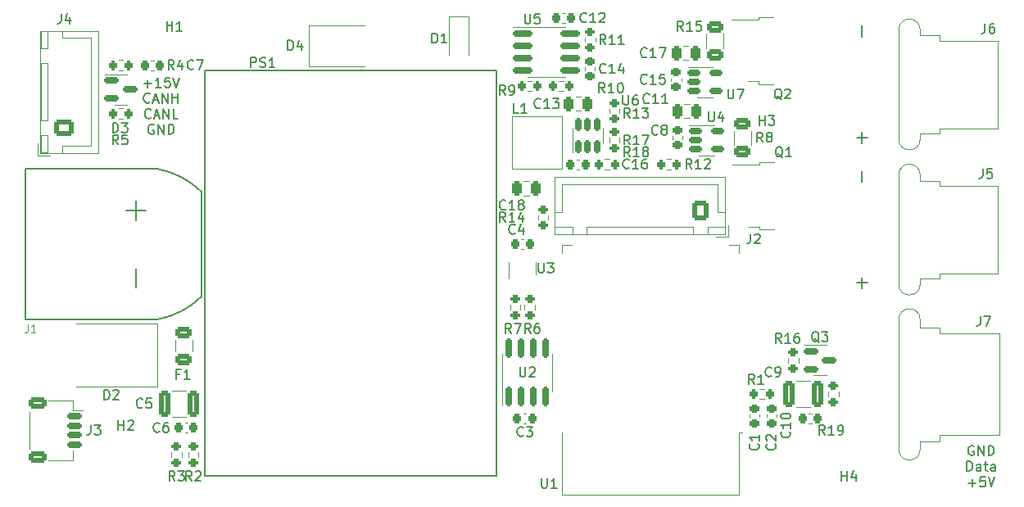
<source format=gbr>
%TF.GenerationSoftware,KiCad,Pcbnew,(6.0.2)*%
%TF.CreationDate,2022-09-20T17:08:32+02:00*%
%TF.ProjectId,led-board,6c65642d-626f-4617-9264-2e6b69636164,rev?*%
%TF.SameCoordinates,Original*%
%TF.FileFunction,Legend,Top*%
%TF.FilePolarity,Positive*%
%FSLAX46Y46*%
G04 Gerber Fmt 4.6, Leading zero omitted, Abs format (unit mm)*
G04 Created by KiCad (PCBNEW (6.0.2)) date 2022-09-20 17:08:32*
%MOMM*%
%LPD*%
G01*
G04 APERTURE LIST*
G04 Aperture macros list*
%AMRoundRect*
0 Rectangle with rounded corners*
0 $1 Rounding radius*
0 $2 $3 $4 $5 $6 $7 $8 $9 X,Y pos of 4 corners*
0 Add a 4 corners polygon primitive as box body*
4,1,4,$2,$3,$4,$5,$6,$7,$8,$9,$2,$3,0*
0 Add four circle primitives for the rounded corners*
1,1,$1+$1,$2,$3*
1,1,$1+$1,$4,$5*
1,1,$1+$1,$6,$7*
1,1,$1+$1,$8,$9*
0 Add four rect primitives between the rounded corners*
20,1,$1+$1,$2,$3,$4,$5,0*
20,1,$1+$1,$4,$5,$6,$7,0*
20,1,$1+$1,$6,$7,$8,$9,0*
20,1,$1+$1,$8,$9,$2,$3,0*%
%AMFreePoly0*
4,1,6,0.500000,-0.850000,-0.500000,-0.850000,-0.500000,0.550000,-0.200000,0.850000,0.500000,0.850000,0.500000,-0.850000,0.500000,-0.850000,$1*%
G04 Aperture macros list end*
%ADD10C,0.150000*%
%ADD11C,0.100000*%
%ADD12C,0.120000*%
%ADD13C,0.200000*%
%ADD14RoundRect,0.225000X0.250000X-0.225000X0.250000X0.225000X-0.250000X0.225000X-0.250000X-0.225000X0*%
%ADD15RoundRect,0.200000X-0.275000X0.200000X-0.275000X-0.200000X0.275000X-0.200000X0.275000X0.200000X0*%
%ADD16RoundRect,0.225000X-0.250000X0.225000X-0.250000X-0.225000X0.250000X-0.225000X0.250000X0.225000X0*%
%ADD17RoundRect,0.200000X0.200000X0.275000X-0.200000X0.275000X-0.200000X-0.275000X0.200000X-0.275000X0*%
%ADD18RoundRect,0.250000X-0.625000X0.312500X-0.625000X-0.312500X0.625000X-0.312500X0.625000X0.312500X0*%
%ADD19RoundRect,0.150000X-0.625000X0.150000X-0.625000X-0.150000X0.625000X-0.150000X0.625000X0.150000X0*%
%ADD20RoundRect,0.250000X-0.650000X0.350000X-0.650000X-0.350000X0.650000X-0.350000X0.650000X0.350000X0*%
%ADD21RoundRect,0.250000X0.325000X1.100000X-0.325000X1.100000X-0.325000X-1.100000X0.325000X-1.100000X0*%
%ADD22RoundRect,0.225000X0.225000X0.250000X-0.225000X0.250000X-0.225000X-0.250000X0.225000X-0.250000X0*%
%ADD23RoundRect,0.250000X0.725000X-0.600000X0.725000X0.600000X-0.725000X0.600000X-0.725000X-0.600000X0*%
%ADD24O,1.950000X1.700000*%
%ADD25R,2.000000X0.900000*%
%ADD26R,0.900000X2.000000*%
%ADD27R,5.000000X5.000000*%
%ADD28C,1.400000*%
%ADD29R,3.500000X3.500000*%
%ADD30C,3.500000*%
%ADD31RoundRect,0.200000X0.275000X-0.200000X0.275000X0.200000X-0.275000X0.200000X-0.275000X-0.200000X0*%
%ADD32RoundRect,0.250000X0.625000X-0.375000X0.625000X0.375000X-0.625000X0.375000X-0.625000X-0.375000X0*%
%ADD33RoundRect,0.225000X-0.225000X-0.250000X0.225000X-0.250000X0.225000X0.250000X-0.225000X0.250000X0*%
%ADD34RoundRect,0.150000X-0.825000X-0.150000X0.825000X-0.150000X0.825000X0.150000X-0.825000X0.150000X0*%
%ADD35C,5.600000*%
%ADD36RoundRect,0.250000X-0.250000X-0.475000X0.250000X-0.475000X0.250000X0.475000X-0.250000X0.475000X0*%
%ADD37RoundRect,0.200000X-0.200000X-0.275000X0.200000X-0.275000X0.200000X0.275000X-0.200000X0.275000X0*%
%ADD38RoundRect,0.150000X0.150000X-0.512500X0.150000X0.512500X-0.150000X0.512500X-0.150000X-0.512500X0*%
%ADD39R,0.250000X0.550000*%
%ADD40FreePoly0,90.000000*%
%ADD41RoundRect,0.150000X0.150000X-0.825000X0.150000X0.825000X-0.150000X0.825000X-0.150000X-0.825000X0*%
%ADD42R,4.200000X1.800000*%
%ADD43R,2.200000X1.200000*%
%ADD44R,6.400000X5.800000*%
%ADD45R,2.500000X2.300000*%
%ADD46R,2.500000X3.300000*%
%ADD47C,2.000000*%
%ADD48RoundRect,0.250000X0.625000X-0.312500X0.625000X0.312500X-0.625000X0.312500X-0.625000X-0.312500X0*%
%ADD49O,2.800000X1.600000*%
%ADD50C,4.000000*%
%ADD51R,1.200000X0.900000*%
%ADD52R,3.000000X3.000000*%
%ADD53C,3.000000*%
%ADD54O,1.700000X1.950000*%
%ADD55RoundRect,0.250000X0.600000X0.725000X-0.600000X0.725000X-0.600000X-0.725000X0.600000X-0.725000X0*%
%ADD56RoundRect,0.150000X-0.512500X-0.150000X0.512500X-0.150000X0.512500X0.150000X-0.512500X0.150000X0*%
%ADD57RoundRect,0.150000X-0.587500X-0.150000X0.587500X-0.150000X0.587500X0.150000X-0.587500X0.150000X0*%
G04 APERTURE END LIST*
D10*
X121238095Y-69640000D02*
X121142857Y-69592380D01*
X121000000Y-69592380D01*
X120857142Y-69640000D01*
X120761904Y-69735238D01*
X120714285Y-69830476D01*
X120666666Y-70020952D01*
X120666666Y-70163809D01*
X120714285Y-70354285D01*
X120761904Y-70449523D01*
X120857142Y-70544761D01*
X121000000Y-70592380D01*
X121095238Y-70592380D01*
X121238095Y-70544761D01*
X121285714Y-70497142D01*
X121285714Y-70163809D01*
X121095238Y-70163809D01*
X121714285Y-70592380D02*
X121714285Y-69592380D01*
X122285714Y-70592380D01*
X122285714Y-69592380D01*
X122761904Y-70592380D02*
X122761904Y-69592380D01*
X123000000Y-69592380D01*
X123142857Y-69640000D01*
X123238095Y-69735238D01*
X123285714Y-69830476D01*
X123333333Y-70020952D01*
X123333333Y-70163809D01*
X123285714Y-70354285D01*
X123238095Y-70449523D01*
X123142857Y-70544761D01*
X123000000Y-70592380D01*
X122761904Y-70592380D01*
X120547619Y-72202380D02*
X120547619Y-71202380D01*
X120785714Y-71202380D01*
X120928571Y-71250000D01*
X121023809Y-71345238D01*
X121071428Y-71440476D01*
X121119047Y-71630952D01*
X121119047Y-71773809D01*
X121071428Y-71964285D01*
X121023809Y-72059523D01*
X120928571Y-72154761D01*
X120785714Y-72202380D01*
X120547619Y-72202380D01*
X121976190Y-72202380D02*
X121976190Y-71678571D01*
X121928571Y-71583333D01*
X121833333Y-71535714D01*
X121642857Y-71535714D01*
X121547619Y-71583333D01*
X121976190Y-72154761D02*
X121880952Y-72202380D01*
X121642857Y-72202380D01*
X121547619Y-72154761D01*
X121500000Y-72059523D01*
X121500000Y-71964285D01*
X121547619Y-71869047D01*
X121642857Y-71821428D01*
X121880952Y-71821428D01*
X121976190Y-71773809D01*
X122309523Y-71535714D02*
X122690476Y-71535714D01*
X122452380Y-71202380D02*
X122452380Y-72059523D01*
X122500000Y-72154761D01*
X122595238Y-72202380D01*
X122690476Y-72202380D01*
X123452380Y-72202380D02*
X123452380Y-71678571D01*
X123404761Y-71583333D01*
X123309523Y-71535714D01*
X123119047Y-71535714D01*
X123023809Y-71583333D01*
X123452380Y-72154761D02*
X123357142Y-72202380D01*
X123119047Y-72202380D01*
X123023809Y-72154761D01*
X122976190Y-72059523D01*
X122976190Y-71964285D01*
X123023809Y-71869047D01*
X123119047Y-71821428D01*
X123357142Y-71821428D01*
X123452380Y-71773809D01*
X120714285Y-73431428D02*
X121476190Y-73431428D01*
X121095238Y-73812380D02*
X121095238Y-73050476D01*
X122428571Y-72812380D02*
X121952380Y-72812380D01*
X121904761Y-73288571D01*
X121952380Y-73240952D01*
X122047619Y-73193333D01*
X122285714Y-73193333D01*
X122380952Y-73240952D01*
X122428571Y-73288571D01*
X122476190Y-73383809D01*
X122476190Y-73621904D01*
X122428571Y-73717142D01*
X122380952Y-73764761D01*
X122285714Y-73812380D01*
X122047619Y-73812380D01*
X121952380Y-73764761D01*
X121904761Y-73717142D01*
X122761904Y-72812380D02*
X123095238Y-73812380D01*
X123428571Y-72812380D01*
X35488095Y-32156428D02*
X36250000Y-32156428D01*
X35869047Y-32537380D02*
X35869047Y-31775476D01*
X37250000Y-32537380D02*
X36678571Y-32537380D01*
X36964285Y-32537380D02*
X36964285Y-31537380D01*
X36869047Y-31680238D01*
X36773809Y-31775476D01*
X36678571Y-31823095D01*
X38154761Y-31537380D02*
X37678571Y-31537380D01*
X37630952Y-32013571D01*
X37678571Y-31965952D01*
X37773809Y-31918333D01*
X38011904Y-31918333D01*
X38107142Y-31965952D01*
X38154761Y-32013571D01*
X38202380Y-32108809D01*
X38202380Y-32346904D01*
X38154761Y-32442142D01*
X38107142Y-32489761D01*
X38011904Y-32537380D01*
X37773809Y-32537380D01*
X37678571Y-32489761D01*
X37630952Y-32442142D01*
X38488095Y-31537380D02*
X38821428Y-32537380D01*
X39154761Y-31537380D01*
X36083333Y-34052142D02*
X36035714Y-34099761D01*
X35892857Y-34147380D01*
X35797619Y-34147380D01*
X35654761Y-34099761D01*
X35559523Y-34004523D01*
X35511904Y-33909285D01*
X35464285Y-33718809D01*
X35464285Y-33575952D01*
X35511904Y-33385476D01*
X35559523Y-33290238D01*
X35654761Y-33195000D01*
X35797619Y-33147380D01*
X35892857Y-33147380D01*
X36035714Y-33195000D01*
X36083333Y-33242619D01*
X36464285Y-33861666D02*
X36940476Y-33861666D01*
X36369047Y-34147380D02*
X36702380Y-33147380D01*
X37035714Y-34147380D01*
X37369047Y-34147380D02*
X37369047Y-33147380D01*
X37940476Y-34147380D01*
X37940476Y-33147380D01*
X38416666Y-34147380D02*
X38416666Y-33147380D01*
X38416666Y-33623571D02*
X38988095Y-33623571D01*
X38988095Y-34147380D02*
X38988095Y-33147380D01*
X36202380Y-35662142D02*
X36154761Y-35709761D01*
X36011904Y-35757380D01*
X35916666Y-35757380D01*
X35773809Y-35709761D01*
X35678571Y-35614523D01*
X35630952Y-35519285D01*
X35583333Y-35328809D01*
X35583333Y-35185952D01*
X35630952Y-34995476D01*
X35678571Y-34900238D01*
X35773809Y-34805000D01*
X35916666Y-34757380D01*
X36011904Y-34757380D01*
X36154761Y-34805000D01*
X36202380Y-34852619D01*
X36583333Y-35471666D02*
X37059523Y-35471666D01*
X36488095Y-35757380D02*
X36821428Y-34757380D01*
X37154761Y-35757380D01*
X37488095Y-35757380D02*
X37488095Y-34757380D01*
X38059523Y-35757380D01*
X38059523Y-34757380D01*
X39011904Y-35757380D02*
X38535714Y-35757380D01*
X38535714Y-34757380D01*
X36488095Y-36415000D02*
X36392857Y-36367380D01*
X36250000Y-36367380D01*
X36107142Y-36415000D01*
X36011904Y-36510238D01*
X35964285Y-36605476D01*
X35916666Y-36795952D01*
X35916666Y-36938809D01*
X35964285Y-37129285D01*
X36011904Y-37224523D01*
X36107142Y-37319761D01*
X36250000Y-37367380D01*
X36345238Y-37367380D01*
X36488095Y-37319761D01*
X36535714Y-37272142D01*
X36535714Y-36938809D01*
X36345238Y-36938809D01*
X36964285Y-37367380D02*
X36964285Y-36367380D01*
X37535714Y-37367380D01*
X37535714Y-36367380D01*
X38011904Y-37367380D02*
X38011904Y-36367380D01*
X38250000Y-36367380D01*
X38392857Y-36415000D01*
X38488095Y-36510238D01*
X38535714Y-36605476D01*
X38583333Y-36795952D01*
X38583333Y-36938809D01*
X38535714Y-37129285D01*
X38488095Y-37224523D01*
X38392857Y-37319761D01*
X38250000Y-37367380D01*
X38011904Y-37367380D01*
%TO.C,C2*%
X100707142Y-69416666D02*
X100754761Y-69464285D01*
X100802380Y-69607142D01*
X100802380Y-69702380D01*
X100754761Y-69845238D01*
X100659523Y-69940476D01*
X100564285Y-69988095D01*
X100373809Y-70035714D01*
X100230952Y-70035714D01*
X100040476Y-69988095D01*
X99945238Y-69940476D01*
X99850000Y-69845238D01*
X99802380Y-69702380D01*
X99802380Y-69607142D01*
X99850000Y-69464285D01*
X99897619Y-69416666D01*
X99897619Y-69035714D02*
X99850000Y-68988095D01*
X99802380Y-68892857D01*
X99802380Y-68654761D01*
X99850000Y-68559523D01*
X99897619Y-68511904D01*
X99992857Y-68464285D01*
X100088095Y-68464285D01*
X100230952Y-68511904D01*
X100802380Y-69083333D01*
X100802380Y-68464285D01*
%TO.C,R3*%
X38683333Y-73202380D02*
X38350000Y-72726190D01*
X38111904Y-73202380D02*
X38111904Y-72202380D01*
X38492857Y-72202380D01*
X38588095Y-72250000D01*
X38635714Y-72297619D01*
X38683333Y-72392857D01*
X38683333Y-72535714D01*
X38635714Y-72630952D01*
X38588095Y-72678571D01*
X38492857Y-72726190D01*
X38111904Y-72726190D01*
X39016666Y-72202380D02*
X39635714Y-72202380D01*
X39302380Y-72583333D01*
X39445238Y-72583333D01*
X39540476Y-72630952D01*
X39588095Y-72678571D01*
X39635714Y-72773809D01*
X39635714Y-73011904D01*
X39588095Y-73107142D01*
X39540476Y-73154761D01*
X39445238Y-73202380D01*
X39159523Y-73202380D01*
X39064285Y-73154761D01*
X39016666Y-73107142D01*
%TO.C,C15*%
X87457142Y-32107142D02*
X87409523Y-32154761D01*
X87266666Y-32202380D01*
X87171428Y-32202380D01*
X87028571Y-32154761D01*
X86933333Y-32059523D01*
X86885714Y-31964285D01*
X86838095Y-31773809D01*
X86838095Y-31630952D01*
X86885714Y-31440476D01*
X86933333Y-31345238D01*
X87028571Y-31250000D01*
X87171428Y-31202380D01*
X87266666Y-31202380D01*
X87409523Y-31250000D01*
X87457142Y-31297619D01*
X88409523Y-32202380D02*
X87838095Y-32202380D01*
X88123809Y-32202380D02*
X88123809Y-31202380D01*
X88028571Y-31345238D01*
X87933333Y-31440476D01*
X87838095Y-31488095D01*
X89314285Y-31202380D02*
X88838095Y-31202380D01*
X88790476Y-31678571D01*
X88838095Y-31630952D01*
X88933333Y-31583333D01*
X89171428Y-31583333D01*
X89266666Y-31630952D01*
X89314285Y-31678571D01*
X89361904Y-31773809D01*
X89361904Y-32011904D01*
X89314285Y-32107142D01*
X89266666Y-32154761D01*
X89171428Y-32202380D01*
X88933333Y-32202380D01*
X88838095Y-32154761D01*
X88790476Y-32107142D01*
%TO.C,R19*%
X105857142Y-68452380D02*
X105523809Y-67976190D01*
X105285714Y-68452380D02*
X105285714Y-67452380D01*
X105666666Y-67452380D01*
X105761904Y-67500000D01*
X105809523Y-67547619D01*
X105857142Y-67642857D01*
X105857142Y-67785714D01*
X105809523Y-67880952D01*
X105761904Y-67928571D01*
X105666666Y-67976190D01*
X105285714Y-67976190D01*
X106809523Y-68452380D02*
X106238095Y-68452380D01*
X106523809Y-68452380D02*
X106523809Y-67452380D01*
X106428571Y-67595238D01*
X106333333Y-67690476D01*
X106238095Y-67738095D01*
X107285714Y-68452380D02*
X107476190Y-68452380D01*
X107571428Y-68404761D01*
X107619047Y-68357142D01*
X107714285Y-68214285D01*
X107761904Y-68023809D01*
X107761904Y-67642857D01*
X107714285Y-67547619D01*
X107666666Y-67500000D01*
X107571428Y-67452380D01*
X107380952Y-67452380D01*
X107285714Y-67500000D01*
X107238095Y-67547619D01*
X107190476Y-67642857D01*
X107190476Y-67880952D01*
X107238095Y-67976190D01*
X107285714Y-68023809D01*
X107380952Y-68071428D01*
X107571428Y-68071428D01*
X107666666Y-68023809D01*
X107714285Y-67976190D01*
X107761904Y-67880952D01*
%TO.C,R1*%
X98583333Y-63202380D02*
X98250000Y-62726190D01*
X98011904Y-63202380D02*
X98011904Y-62202380D01*
X98392857Y-62202380D01*
X98488095Y-62250000D01*
X98535714Y-62297619D01*
X98583333Y-62392857D01*
X98583333Y-62535714D01*
X98535714Y-62630952D01*
X98488095Y-62678571D01*
X98392857Y-62726190D01*
X98011904Y-62726190D01*
X99535714Y-63202380D02*
X98964285Y-63202380D01*
X99250000Y-63202380D02*
X99250000Y-62202380D01*
X99154761Y-62345238D01*
X99059523Y-62440476D01*
X98964285Y-62488095D01*
%TO.C,R15*%
X91207142Y-26702380D02*
X90873809Y-26226190D01*
X90635714Y-26702380D02*
X90635714Y-25702380D01*
X91016666Y-25702380D01*
X91111904Y-25750000D01*
X91159523Y-25797619D01*
X91207142Y-25892857D01*
X91207142Y-26035714D01*
X91159523Y-26130952D01*
X91111904Y-26178571D01*
X91016666Y-26226190D01*
X90635714Y-26226190D01*
X92159523Y-26702380D02*
X91588095Y-26702380D01*
X91873809Y-26702380D02*
X91873809Y-25702380D01*
X91778571Y-25845238D01*
X91683333Y-25940476D01*
X91588095Y-25988095D01*
X93064285Y-25702380D02*
X92588095Y-25702380D01*
X92540476Y-26178571D01*
X92588095Y-26130952D01*
X92683333Y-26083333D01*
X92921428Y-26083333D01*
X93016666Y-26130952D01*
X93064285Y-26178571D01*
X93111904Y-26273809D01*
X93111904Y-26511904D01*
X93064285Y-26607142D01*
X93016666Y-26654761D01*
X92921428Y-26702380D01*
X92683333Y-26702380D01*
X92588095Y-26654761D01*
X92540476Y-26607142D01*
%TO.C,J3*%
X29996666Y-67452380D02*
X29996666Y-68166666D01*
X29949047Y-68309523D01*
X29853809Y-68404761D01*
X29710952Y-68452380D01*
X29615714Y-68452380D01*
X30377619Y-67452380D02*
X30996666Y-67452380D01*
X30663333Y-67833333D01*
X30806190Y-67833333D01*
X30901428Y-67880952D01*
X30949047Y-67928571D01*
X30996666Y-68023809D01*
X30996666Y-68261904D01*
X30949047Y-68357142D01*
X30901428Y-68404761D01*
X30806190Y-68452380D01*
X30520476Y-68452380D01*
X30425238Y-68404761D01*
X30377619Y-68357142D01*
%TO.C,C5*%
X35333333Y-65607142D02*
X35285714Y-65654761D01*
X35142857Y-65702380D01*
X35047619Y-65702380D01*
X34904761Y-65654761D01*
X34809523Y-65559523D01*
X34761904Y-65464285D01*
X34714285Y-65273809D01*
X34714285Y-65130952D01*
X34761904Y-64940476D01*
X34809523Y-64845238D01*
X34904761Y-64750000D01*
X35047619Y-64702380D01*
X35142857Y-64702380D01*
X35285714Y-64750000D01*
X35333333Y-64797619D01*
X36238095Y-64702380D02*
X35761904Y-64702380D01*
X35714285Y-65178571D01*
X35761904Y-65130952D01*
X35857142Y-65083333D01*
X36095238Y-65083333D01*
X36190476Y-65130952D01*
X36238095Y-65178571D01*
X36285714Y-65273809D01*
X36285714Y-65511904D01*
X36238095Y-65607142D01*
X36190476Y-65654761D01*
X36095238Y-65702380D01*
X35857142Y-65702380D01*
X35761904Y-65654761D01*
X35714285Y-65607142D01*
%TO.C,R5*%
X32833333Y-38452380D02*
X32500000Y-37976190D01*
X32261904Y-38452380D02*
X32261904Y-37452380D01*
X32642857Y-37452380D01*
X32738095Y-37500000D01*
X32785714Y-37547619D01*
X32833333Y-37642857D01*
X32833333Y-37785714D01*
X32785714Y-37880952D01*
X32738095Y-37928571D01*
X32642857Y-37976190D01*
X32261904Y-37976190D01*
X33738095Y-37452380D02*
X33261904Y-37452380D01*
X33214285Y-37928571D01*
X33261904Y-37880952D01*
X33357142Y-37833333D01*
X33595238Y-37833333D01*
X33690476Y-37880952D01*
X33738095Y-37928571D01*
X33785714Y-38023809D01*
X33785714Y-38261904D01*
X33738095Y-38357142D01*
X33690476Y-38404761D01*
X33595238Y-38452380D01*
X33357142Y-38452380D01*
X33261904Y-38404761D01*
X33214285Y-38357142D01*
%TO.C,C4*%
X73833333Y-47607142D02*
X73785714Y-47654761D01*
X73642857Y-47702380D01*
X73547619Y-47702380D01*
X73404761Y-47654761D01*
X73309523Y-47559523D01*
X73261904Y-47464285D01*
X73214285Y-47273809D01*
X73214285Y-47130952D01*
X73261904Y-46940476D01*
X73309523Y-46845238D01*
X73404761Y-46750000D01*
X73547619Y-46702380D01*
X73642857Y-46702380D01*
X73785714Y-46750000D01*
X73833333Y-46797619D01*
X74690476Y-47035714D02*
X74690476Y-47702380D01*
X74452380Y-46654761D02*
X74214285Y-47369047D01*
X74833333Y-47369047D01*
%TO.C,J4*%
X26916666Y-24952380D02*
X26916666Y-25666666D01*
X26869047Y-25809523D01*
X26773809Y-25904761D01*
X26630952Y-25952380D01*
X26535714Y-25952380D01*
X27821428Y-25285714D02*
X27821428Y-25952380D01*
X27583333Y-24904761D02*
X27345238Y-25619047D01*
X27964285Y-25619047D01*
%TO.C,U1*%
X76588095Y-72952380D02*
X76588095Y-73761904D01*
X76635714Y-73857142D01*
X76683333Y-73904761D01*
X76778571Y-73952380D01*
X76969047Y-73952380D01*
X77064285Y-73904761D01*
X77111904Y-73857142D01*
X77159523Y-73761904D01*
X77159523Y-72952380D01*
X78159523Y-73952380D02*
X77588095Y-73952380D01*
X77873809Y-73952380D02*
X77873809Y-72952380D01*
X77778571Y-73095238D01*
X77683333Y-73190476D01*
X77588095Y-73238095D01*
%TO.C,J6*%
X122416666Y-25952380D02*
X122416666Y-26666666D01*
X122369047Y-26809523D01*
X122273809Y-26904761D01*
X122130952Y-26952380D01*
X122035714Y-26952380D01*
X123321428Y-25952380D02*
X123130952Y-25952380D01*
X123035714Y-26000000D01*
X122988095Y-26047619D01*
X122892857Y-26190476D01*
X122845238Y-26380952D01*
X122845238Y-26761904D01*
X122892857Y-26857142D01*
X122940476Y-26904761D01*
X123035714Y-26952380D01*
X123226190Y-26952380D01*
X123321428Y-26904761D01*
X123369047Y-26857142D01*
X123416666Y-26761904D01*
X123416666Y-26523809D01*
X123369047Y-26428571D01*
X123321428Y-26380952D01*
X123226190Y-26333333D01*
X123035714Y-26333333D01*
X122940476Y-26380952D01*
X122892857Y-26428571D01*
X122845238Y-26523809D01*
X109707142Y-38321428D02*
X109707142Y-37178571D01*
X110278571Y-37750000D02*
X109135714Y-37750000D01*
X109707142Y-27321428D02*
X109707142Y-26178571D01*
%TO.C,R17*%
X85707142Y-38452380D02*
X85373809Y-37976190D01*
X85135714Y-38452380D02*
X85135714Y-37452380D01*
X85516666Y-37452380D01*
X85611904Y-37500000D01*
X85659523Y-37547619D01*
X85707142Y-37642857D01*
X85707142Y-37785714D01*
X85659523Y-37880952D01*
X85611904Y-37928571D01*
X85516666Y-37976190D01*
X85135714Y-37976190D01*
X86659523Y-38452380D02*
X86088095Y-38452380D01*
X86373809Y-38452380D02*
X86373809Y-37452380D01*
X86278571Y-37595238D01*
X86183333Y-37690476D01*
X86088095Y-37738095D01*
X86992857Y-37452380D02*
X87659523Y-37452380D01*
X87230952Y-38452380D01*
%TO.C,F1*%
X39166666Y-62178571D02*
X38833333Y-62178571D01*
X38833333Y-62702380D02*
X38833333Y-61702380D01*
X39309523Y-61702380D01*
X40214285Y-62702380D02*
X39642857Y-62702380D01*
X39928571Y-62702380D02*
X39928571Y-61702380D01*
X39833333Y-61845238D01*
X39738095Y-61940476D01*
X39642857Y-61988095D01*
%TO.C,C16*%
X85607142Y-40857142D02*
X85559523Y-40904761D01*
X85416666Y-40952380D01*
X85321428Y-40952380D01*
X85178571Y-40904761D01*
X85083333Y-40809523D01*
X85035714Y-40714285D01*
X84988095Y-40523809D01*
X84988095Y-40380952D01*
X85035714Y-40190476D01*
X85083333Y-40095238D01*
X85178571Y-40000000D01*
X85321428Y-39952380D01*
X85416666Y-39952380D01*
X85559523Y-40000000D01*
X85607142Y-40047619D01*
X86559523Y-40952380D02*
X85988095Y-40952380D01*
X86273809Y-40952380D02*
X86273809Y-39952380D01*
X86178571Y-40095238D01*
X86083333Y-40190476D01*
X85988095Y-40238095D01*
X87416666Y-39952380D02*
X87226190Y-39952380D01*
X87130952Y-40000000D01*
X87083333Y-40047619D01*
X86988095Y-40190476D01*
X86940476Y-40380952D01*
X86940476Y-40761904D01*
X86988095Y-40857142D01*
X87035714Y-40904761D01*
X87130952Y-40952380D01*
X87321428Y-40952380D01*
X87416666Y-40904761D01*
X87464285Y-40857142D01*
X87511904Y-40761904D01*
X87511904Y-40523809D01*
X87464285Y-40428571D01*
X87416666Y-40380952D01*
X87321428Y-40333333D01*
X87130952Y-40333333D01*
X87035714Y-40380952D01*
X86988095Y-40428571D01*
X86940476Y-40523809D01*
%TO.C,U5*%
X74838095Y-24939880D02*
X74838095Y-25749404D01*
X74885714Y-25844642D01*
X74933333Y-25892261D01*
X75028571Y-25939880D01*
X75219047Y-25939880D01*
X75314285Y-25892261D01*
X75361904Y-25844642D01*
X75409523Y-25749404D01*
X75409523Y-24939880D01*
X76361904Y-24939880D02*
X75885714Y-24939880D01*
X75838095Y-25416071D01*
X75885714Y-25368452D01*
X75980952Y-25320833D01*
X76219047Y-25320833D01*
X76314285Y-25368452D01*
X76361904Y-25416071D01*
X76409523Y-25511309D01*
X76409523Y-25749404D01*
X76361904Y-25844642D01*
X76314285Y-25892261D01*
X76219047Y-25939880D01*
X75980952Y-25939880D01*
X75885714Y-25892261D01*
X75838095Y-25844642D01*
%TO.C,H2*%
X32838095Y-67952380D02*
X32838095Y-66952380D01*
X32838095Y-67428571D02*
X33409523Y-67428571D01*
X33409523Y-67952380D02*
X33409523Y-66952380D01*
X33838095Y-67047619D02*
X33885714Y-67000000D01*
X33980952Y-66952380D01*
X34219047Y-66952380D01*
X34314285Y-67000000D01*
X34361904Y-67047619D01*
X34409523Y-67142857D01*
X34409523Y-67238095D01*
X34361904Y-67380952D01*
X33790476Y-67952380D01*
X34409523Y-67952380D01*
%TO.C,C11*%
X87707142Y-34107142D02*
X87659523Y-34154761D01*
X87516666Y-34202380D01*
X87421428Y-34202380D01*
X87278571Y-34154761D01*
X87183333Y-34059523D01*
X87135714Y-33964285D01*
X87088095Y-33773809D01*
X87088095Y-33630952D01*
X87135714Y-33440476D01*
X87183333Y-33345238D01*
X87278571Y-33250000D01*
X87421428Y-33202380D01*
X87516666Y-33202380D01*
X87659523Y-33250000D01*
X87707142Y-33297619D01*
X88659523Y-34202380D02*
X88088095Y-34202380D01*
X88373809Y-34202380D02*
X88373809Y-33202380D01*
X88278571Y-33345238D01*
X88183333Y-33440476D01*
X88088095Y-33488095D01*
X89611904Y-34202380D02*
X89040476Y-34202380D01*
X89326190Y-34202380D02*
X89326190Y-33202380D01*
X89230952Y-33345238D01*
X89135714Y-33440476D01*
X89040476Y-33488095D01*
%TO.C,R4*%
X38583333Y-30702380D02*
X38250000Y-30226190D01*
X38011904Y-30702380D02*
X38011904Y-29702380D01*
X38392857Y-29702380D01*
X38488095Y-29750000D01*
X38535714Y-29797619D01*
X38583333Y-29892857D01*
X38583333Y-30035714D01*
X38535714Y-30130952D01*
X38488095Y-30178571D01*
X38392857Y-30226190D01*
X38011904Y-30226190D01*
X39440476Y-30035714D02*
X39440476Y-30702380D01*
X39202380Y-29654761D02*
X38964285Y-30369047D01*
X39583333Y-30369047D01*
%TO.C,U6*%
X84988095Y-33339880D02*
X84988095Y-34149404D01*
X85035714Y-34244642D01*
X85083333Y-34292261D01*
X85178571Y-34339880D01*
X85369047Y-34339880D01*
X85464285Y-34292261D01*
X85511904Y-34244642D01*
X85559523Y-34149404D01*
X85559523Y-33339880D01*
X86464285Y-33339880D02*
X86273809Y-33339880D01*
X86178571Y-33387500D01*
X86130952Y-33435119D01*
X86035714Y-33577976D01*
X85988095Y-33768452D01*
X85988095Y-34149404D01*
X86035714Y-34244642D01*
X86083333Y-34292261D01*
X86178571Y-34339880D01*
X86369047Y-34339880D01*
X86464285Y-34292261D01*
X86511904Y-34244642D01*
X86559523Y-34149404D01*
X86559523Y-33911309D01*
X86511904Y-33816071D01*
X86464285Y-33768452D01*
X86369047Y-33720833D01*
X86178571Y-33720833D01*
X86083333Y-33768452D01*
X86035714Y-33816071D01*
X85988095Y-33911309D01*
%TO.C,H1*%
X37838095Y-26702380D02*
X37838095Y-25702380D01*
X37838095Y-26178571D02*
X38409523Y-26178571D01*
X38409523Y-26702380D02*
X38409523Y-25702380D01*
X39409523Y-26702380D02*
X38838095Y-26702380D01*
X39123809Y-26702380D02*
X39123809Y-25702380D01*
X39028571Y-25845238D01*
X38933333Y-25940476D01*
X38838095Y-25988095D01*
%TO.C,U3*%
X76238095Y-50702380D02*
X76238095Y-51511904D01*
X76285714Y-51607142D01*
X76333333Y-51654761D01*
X76428571Y-51702380D01*
X76619047Y-51702380D01*
X76714285Y-51654761D01*
X76761904Y-51607142D01*
X76809523Y-51511904D01*
X76809523Y-50702380D01*
X77190476Y-50702380D02*
X77809523Y-50702380D01*
X77476190Y-51083333D01*
X77619047Y-51083333D01*
X77714285Y-51130952D01*
X77761904Y-51178571D01*
X77809523Y-51273809D01*
X77809523Y-51511904D01*
X77761904Y-51607142D01*
X77714285Y-51654761D01*
X77619047Y-51702380D01*
X77333333Y-51702380D01*
X77238095Y-51654761D01*
X77190476Y-51607142D01*
%TO.C,U2*%
X74338095Y-61452380D02*
X74338095Y-62261904D01*
X74385714Y-62357142D01*
X74433333Y-62404761D01*
X74528571Y-62452380D01*
X74719047Y-62452380D01*
X74814285Y-62404761D01*
X74861904Y-62357142D01*
X74909523Y-62261904D01*
X74909523Y-61452380D01*
X75338095Y-61547619D02*
X75385714Y-61500000D01*
X75480952Y-61452380D01*
X75719047Y-61452380D01*
X75814285Y-61500000D01*
X75861904Y-61547619D01*
X75909523Y-61642857D01*
X75909523Y-61738095D01*
X75861904Y-61880952D01*
X75290476Y-62452380D01*
X75909523Y-62452380D01*
%TO.C,R2*%
X40433333Y-73202380D02*
X40100000Y-72726190D01*
X39861904Y-73202380D02*
X39861904Y-72202380D01*
X40242857Y-72202380D01*
X40338095Y-72250000D01*
X40385714Y-72297619D01*
X40433333Y-72392857D01*
X40433333Y-72535714D01*
X40385714Y-72630952D01*
X40338095Y-72678571D01*
X40242857Y-72726190D01*
X39861904Y-72726190D01*
X40814285Y-72297619D02*
X40861904Y-72250000D01*
X40957142Y-72202380D01*
X41195238Y-72202380D01*
X41290476Y-72250000D01*
X41338095Y-72297619D01*
X41385714Y-72392857D01*
X41385714Y-72488095D01*
X41338095Y-72630952D01*
X40766666Y-73202380D01*
X41385714Y-73202380D01*
%TO.C,L1*%
X74183333Y-35202380D02*
X73707142Y-35202380D01*
X73707142Y-34202380D01*
X75040476Y-35202380D02*
X74469047Y-35202380D01*
X74754761Y-35202380D02*
X74754761Y-34202380D01*
X74659523Y-34345238D01*
X74564285Y-34440476D01*
X74469047Y-34488095D01*
%TO.C,Q1*%
X101504761Y-39797619D02*
X101409523Y-39750000D01*
X101314285Y-39654761D01*
X101171428Y-39511904D01*
X101076190Y-39464285D01*
X100980952Y-39464285D01*
X101028571Y-39702380D02*
X100933333Y-39654761D01*
X100838095Y-39559523D01*
X100790476Y-39369047D01*
X100790476Y-39035714D01*
X100838095Y-38845238D01*
X100933333Y-38750000D01*
X101028571Y-38702380D01*
X101219047Y-38702380D01*
X101314285Y-38750000D01*
X101409523Y-38845238D01*
X101457142Y-39035714D01*
X101457142Y-39369047D01*
X101409523Y-39559523D01*
X101314285Y-39654761D01*
X101219047Y-39702380D01*
X101028571Y-39702380D01*
X102409523Y-39702380D02*
X101838095Y-39702380D01*
X102123809Y-39702380D02*
X102123809Y-38702380D01*
X102028571Y-38845238D01*
X101933333Y-38940476D01*
X101838095Y-38988095D01*
%TO.C,D4*%
X50361904Y-28702380D02*
X50361904Y-27702380D01*
X50600000Y-27702380D01*
X50742857Y-27750000D01*
X50838095Y-27845238D01*
X50885714Y-27940476D01*
X50933333Y-28130952D01*
X50933333Y-28273809D01*
X50885714Y-28464285D01*
X50838095Y-28559523D01*
X50742857Y-28654761D01*
X50600000Y-28702380D01*
X50361904Y-28702380D01*
X51790476Y-28035714D02*
X51790476Y-28702380D01*
X51552380Y-27654761D02*
X51314285Y-28369047D01*
X51933333Y-28369047D01*
%TO.C,D2*%
X31361904Y-64802380D02*
X31361904Y-63802380D01*
X31600000Y-63802380D01*
X31742857Y-63850000D01*
X31838095Y-63945238D01*
X31885714Y-64040476D01*
X31933333Y-64230952D01*
X31933333Y-64373809D01*
X31885714Y-64564285D01*
X31838095Y-64659523D01*
X31742857Y-64754761D01*
X31600000Y-64802380D01*
X31361904Y-64802380D01*
X32314285Y-63897619D02*
X32361904Y-63850000D01*
X32457142Y-63802380D01*
X32695238Y-63802380D01*
X32790476Y-63850000D01*
X32838095Y-63897619D01*
X32885714Y-63992857D01*
X32885714Y-64088095D01*
X32838095Y-64230952D01*
X32266666Y-64802380D01*
X32885714Y-64802380D01*
%TO.C,Q2*%
X101404761Y-33797619D02*
X101309523Y-33750000D01*
X101214285Y-33654761D01*
X101071428Y-33511904D01*
X100976190Y-33464285D01*
X100880952Y-33464285D01*
X100928571Y-33702380D02*
X100833333Y-33654761D01*
X100738095Y-33559523D01*
X100690476Y-33369047D01*
X100690476Y-33035714D01*
X100738095Y-32845238D01*
X100833333Y-32750000D01*
X100928571Y-32702380D01*
X101119047Y-32702380D01*
X101214285Y-32750000D01*
X101309523Y-32845238D01*
X101357142Y-33035714D01*
X101357142Y-33369047D01*
X101309523Y-33559523D01*
X101214285Y-33654761D01*
X101119047Y-33702380D01*
X100928571Y-33702380D01*
X101738095Y-32797619D02*
X101785714Y-32750000D01*
X101880952Y-32702380D01*
X102119047Y-32702380D01*
X102214285Y-32750000D01*
X102261904Y-32797619D01*
X102309523Y-32892857D01*
X102309523Y-32988095D01*
X102261904Y-33130952D01*
X101690476Y-33702380D01*
X102309523Y-33702380D01*
%TO.C,PS1*%
X46535714Y-30452380D02*
X46535714Y-29452380D01*
X46916666Y-29452380D01*
X47011904Y-29500000D01*
X47059523Y-29547619D01*
X47107142Y-29642857D01*
X47107142Y-29785714D01*
X47059523Y-29880952D01*
X47011904Y-29928571D01*
X46916666Y-29976190D01*
X46535714Y-29976190D01*
X47488095Y-30404761D02*
X47630952Y-30452380D01*
X47869047Y-30452380D01*
X47964285Y-30404761D01*
X48011904Y-30357142D01*
X48059523Y-30261904D01*
X48059523Y-30166666D01*
X48011904Y-30071428D01*
X47964285Y-30023809D01*
X47869047Y-29976190D01*
X47678571Y-29928571D01*
X47583333Y-29880952D01*
X47535714Y-29833333D01*
X47488095Y-29738095D01*
X47488095Y-29642857D01*
X47535714Y-29547619D01*
X47583333Y-29500000D01*
X47678571Y-29452380D01*
X47916666Y-29452380D01*
X48059523Y-29500000D01*
X49011904Y-30452380D02*
X48440476Y-30452380D01*
X48726190Y-30452380D02*
X48726190Y-29452380D01*
X48630952Y-29595238D01*
X48535714Y-29690476D01*
X48440476Y-29738095D01*
%TO.C,R6*%
X75433333Y-57952380D02*
X75100000Y-57476190D01*
X74861904Y-57952380D02*
X74861904Y-56952380D01*
X75242857Y-56952380D01*
X75338095Y-57000000D01*
X75385714Y-57047619D01*
X75433333Y-57142857D01*
X75433333Y-57285714D01*
X75385714Y-57380952D01*
X75338095Y-57428571D01*
X75242857Y-57476190D01*
X74861904Y-57476190D01*
X76290476Y-56952380D02*
X76100000Y-56952380D01*
X76004761Y-57000000D01*
X75957142Y-57047619D01*
X75861904Y-57190476D01*
X75814285Y-57380952D01*
X75814285Y-57761904D01*
X75861904Y-57857142D01*
X75909523Y-57904761D01*
X76004761Y-57952380D01*
X76195238Y-57952380D01*
X76290476Y-57904761D01*
X76338095Y-57857142D01*
X76385714Y-57761904D01*
X76385714Y-57523809D01*
X76338095Y-57428571D01*
X76290476Y-57380952D01*
X76195238Y-57333333D01*
X76004761Y-57333333D01*
X75909523Y-57380952D01*
X75861904Y-57428571D01*
X75814285Y-57523809D01*
%TO.C,R18*%
X85707142Y-39702380D02*
X85373809Y-39226190D01*
X85135714Y-39702380D02*
X85135714Y-38702380D01*
X85516666Y-38702380D01*
X85611904Y-38750000D01*
X85659523Y-38797619D01*
X85707142Y-38892857D01*
X85707142Y-39035714D01*
X85659523Y-39130952D01*
X85611904Y-39178571D01*
X85516666Y-39226190D01*
X85135714Y-39226190D01*
X86659523Y-39702380D02*
X86088095Y-39702380D01*
X86373809Y-39702380D02*
X86373809Y-38702380D01*
X86278571Y-38845238D01*
X86183333Y-38940476D01*
X86088095Y-38988095D01*
X87230952Y-39130952D02*
X87135714Y-39083333D01*
X87088095Y-39035714D01*
X87040476Y-38940476D01*
X87040476Y-38892857D01*
X87088095Y-38797619D01*
X87135714Y-38750000D01*
X87230952Y-38702380D01*
X87421428Y-38702380D01*
X87516666Y-38750000D01*
X87564285Y-38797619D01*
X87611904Y-38892857D01*
X87611904Y-38940476D01*
X87564285Y-39035714D01*
X87516666Y-39083333D01*
X87421428Y-39130952D01*
X87230952Y-39130952D01*
X87135714Y-39178571D01*
X87088095Y-39226190D01*
X87040476Y-39321428D01*
X87040476Y-39511904D01*
X87088095Y-39607142D01*
X87135714Y-39654761D01*
X87230952Y-39702380D01*
X87421428Y-39702380D01*
X87516666Y-39654761D01*
X87564285Y-39607142D01*
X87611904Y-39511904D01*
X87611904Y-39321428D01*
X87564285Y-39226190D01*
X87516666Y-39178571D01*
X87421428Y-39130952D01*
%TO.C,C13*%
X76457142Y-34607142D02*
X76409523Y-34654761D01*
X76266666Y-34702380D01*
X76171428Y-34702380D01*
X76028571Y-34654761D01*
X75933333Y-34559523D01*
X75885714Y-34464285D01*
X75838095Y-34273809D01*
X75838095Y-34130952D01*
X75885714Y-33940476D01*
X75933333Y-33845238D01*
X76028571Y-33750000D01*
X76171428Y-33702380D01*
X76266666Y-33702380D01*
X76409523Y-33750000D01*
X76457142Y-33797619D01*
X77409523Y-34702380D02*
X76838095Y-34702380D01*
X77123809Y-34702380D02*
X77123809Y-33702380D01*
X77028571Y-33845238D01*
X76933333Y-33940476D01*
X76838095Y-33988095D01*
X77742857Y-33702380D02*
X78361904Y-33702380D01*
X78028571Y-34083333D01*
X78171428Y-34083333D01*
X78266666Y-34130952D01*
X78314285Y-34178571D01*
X78361904Y-34273809D01*
X78361904Y-34511904D01*
X78314285Y-34607142D01*
X78266666Y-34654761D01*
X78171428Y-34702380D01*
X77885714Y-34702380D01*
X77790476Y-34654761D01*
X77742857Y-34607142D01*
%TO.C,C10*%
X102207142Y-68142857D02*
X102254761Y-68190476D01*
X102302380Y-68333333D01*
X102302380Y-68428571D01*
X102254761Y-68571428D01*
X102159523Y-68666666D01*
X102064285Y-68714285D01*
X101873809Y-68761904D01*
X101730952Y-68761904D01*
X101540476Y-68714285D01*
X101445238Y-68666666D01*
X101350000Y-68571428D01*
X101302380Y-68428571D01*
X101302380Y-68333333D01*
X101350000Y-68190476D01*
X101397619Y-68142857D01*
X102302380Y-67190476D02*
X102302380Y-67761904D01*
X102302380Y-67476190D02*
X101302380Y-67476190D01*
X101445238Y-67571428D01*
X101540476Y-67666666D01*
X101588095Y-67761904D01*
X101302380Y-66571428D02*
X101302380Y-66476190D01*
X101350000Y-66380952D01*
X101397619Y-66333333D01*
X101492857Y-66285714D01*
X101683333Y-66238095D01*
X101921428Y-66238095D01*
X102111904Y-66285714D01*
X102207142Y-66333333D01*
X102254761Y-66380952D01*
X102302380Y-66476190D01*
X102302380Y-66571428D01*
X102254761Y-66666666D01*
X102207142Y-66714285D01*
X102111904Y-66761904D01*
X101921428Y-66809523D01*
X101683333Y-66809523D01*
X101492857Y-66761904D01*
X101397619Y-66714285D01*
X101350000Y-66666666D01*
X101302380Y-66571428D01*
%TO.C,C8*%
X88583333Y-37357142D02*
X88535714Y-37404761D01*
X88392857Y-37452380D01*
X88297619Y-37452380D01*
X88154761Y-37404761D01*
X88059523Y-37309523D01*
X88011904Y-37214285D01*
X87964285Y-37023809D01*
X87964285Y-36880952D01*
X88011904Y-36690476D01*
X88059523Y-36595238D01*
X88154761Y-36500000D01*
X88297619Y-36452380D01*
X88392857Y-36452380D01*
X88535714Y-36500000D01*
X88583333Y-36547619D01*
X89154761Y-36880952D02*
X89059523Y-36833333D01*
X89011904Y-36785714D01*
X88964285Y-36690476D01*
X88964285Y-36642857D01*
X89011904Y-36547619D01*
X89059523Y-36500000D01*
X89154761Y-36452380D01*
X89345238Y-36452380D01*
X89440476Y-36500000D01*
X89488095Y-36547619D01*
X89535714Y-36642857D01*
X89535714Y-36690476D01*
X89488095Y-36785714D01*
X89440476Y-36833333D01*
X89345238Y-36880952D01*
X89154761Y-36880952D01*
X89059523Y-36928571D01*
X89011904Y-36976190D01*
X88964285Y-37071428D01*
X88964285Y-37261904D01*
X89011904Y-37357142D01*
X89059523Y-37404761D01*
X89154761Y-37452380D01*
X89345238Y-37452380D01*
X89440476Y-37404761D01*
X89488095Y-37357142D01*
X89535714Y-37261904D01*
X89535714Y-37071428D01*
X89488095Y-36976190D01*
X89440476Y-36928571D01*
X89345238Y-36880952D01*
%TO.C,H4*%
X107588095Y-73202380D02*
X107588095Y-72202380D01*
X107588095Y-72678571D02*
X108159523Y-72678571D01*
X108159523Y-73202380D02*
X108159523Y-72202380D01*
X109064285Y-72535714D02*
X109064285Y-73202380D01*
X108826190Y-72154761D02*
X108588095Y-72869047D01*
X109207142Y-72869047D01*
%TO.C,R8*%
X99433333Y-38202380D02*
X99100000Y-37726190D01*
X98861904Y-38202380D02*
X98861904Y-37202380D01*
X99242857Y-37202380D01*
X99338095Y-37250000D01*
X99385714Y-37297619D01*
X99433333Y-37392857D01*
X99433333Y-37535714D01*
X99385714Y-37630952D01*
X99338095Y-37678571D01*
X99242857Y-37726190D01*
X98861904Y-37726190D01*
X100004761Y-37630952D02*
X99909523Y-37583333D01*
X99861904Y-37535714D01*
X99814285Y-37440476D01*
X99814285Y-37392857D01*
X99861904Y-37297619D01*
X99909523Y-37250000D01*
X100004761Y-37202380D01*
X100195238Y-37202380D01*
X100290476Y-37250000D01*
X100338095Y-37297619D01*
X100385714Y-37392857D01*
X100385714Y-37440476D01*
X100338095Y-37535714D01*
X100290476Y-37583333D01*
X100195238Y-37630952D01*
X100004761Y-37630952D01*
X99909523Y-37678571D01*
X99861904Y-37726190D01*
X99814285Y-37821428D01*
X99814285Y-38011904D01*
X99861904Y-38107142D01*
X99909523Y-38154761D01*
X100004761Y-38202380D01*
X100195238Y-38202380D01*
X100290476Y-38154761D01*
X100338095Y-38107142D01*
X100385714Y-38011904D01*
X100385714Y-37821428D01*
X100338095Y-37726190D01*
X100290476Y-37678571D01*
X100195238Y-37630952D01*
%TO.C,C17*%
X87457142Y-29357142D02*
X87409523Y-29404761D01*
X87266666Y-29452380D01*
X87171428Y-29452380D01*
X87028571Y-29404761D01*
X86933333Y-29309523D01*
X86885714Y-29214285D01*
X86838095Y-29023809D01*
X86838095Y-28880952D01*
X86885714Y-28690476D01*
X86933333Y-28595238D01*
X87028571Y-28500000D01*
X87171428Y-28452380D01*
X87266666Y-28452380D01*
X87409523Y-28500000D01*
X87457142Y-28547619D01*
X88409523Y-29452380D02*
X87838095Y-29452380D01*
X88123809Y-29452380D02*
X88123809Y-28452380D01*
X88028571Y-28595238D01*
X87933333Y-28690476D01*
X87838095Y-28738095D01*
X88742857Y-28452380D02*
X89409523Y-28452380D01*
X88980952Y-29452380D01*
%TO.C,C1*%
X98957142Y-69416666D02*
X99004761Y-69464285D01*
X99052380Y-69607142D01*
X99052380Y-69702380D01*
X99004761Y-69845238D01*
X98909523Y-69940476D01*
X98814285Y-69988095D01*
X98623809Y-70035714D01*
X98480952Y-70035714D01*
X98290476Y-69988095D01*
X98195238Y-69940476D01*
X98100000Y-69845238D01*
X98052380Y-69702380D01*
X98052380Y-69607142D01*
X98100000Y-69464285D01*
X98147619Y-69416666D01*
X99052380Y-68464285D02*
X99052380Y-69035714D01*
X99052380Y-68750000D02*
X98052380Y-68750000D01*
X98195238Y-68845238D01*
X98290476Y-68940476D01*
X98338095Y-69035714D01*
%TO.C,R12*%
X92107142Y-40952380D02*
X91773809Y-40476190D01*
X91535714Y-40952380D02*
X91535714Y-39952380D01*
X91916666Y-39952380D01*
X92011904Y-40000000D01*
X92059523Y-40047619D01*
X92107142Y-40142857D01*
X92107142Y-40285714D01*
X92059523Y-40380952D01*
X92011904Y-40428571D01*
X91916666Y-40476190D01*
X91535714Y-40476190D01*
X93059523Y-40952380D02*
X92488095Y-40952380D01*
X92773809Y-40952380D02*
X92773809Y-39952380D01*
X92678571Y-40095238D01*
X92583333Y-40190476D01*
X92488095Y-40238095D01*
X93440476Y-40047619D02*
X93488095Y-40000000D01*
X93583333Y-39952380D01*
X93821428Y-39952380D01*
X93916666Y-40000000D01*
X93964285Y-40047619D01*
X94011904Y-40142857D01*
X94011904Y-40238095D01*
X93964285Y-40380952D01*
X93392857Y-40952380D01*
X94011904Y-40952380D01*
D11*
%TO.C,J1*%
X23483333Y-57061904D02*
X23483333Y-57633333D01*
X23445238Y-57747619D01*
X23369047Y-57823809D01*
X23254761Y-57861904D01*
X23178571Y-57861904D01*
X24283333Y-57861904D02*
X23826190Y-57861904D01*
X24054761Y-57861904D02*
X24054761Y-57061904D01*
X23978571Y-57176190D01*
X23902380Y-57252380D01*
X23826190Y-57290476D01*
D10*
%TO.C,R10*%
X83107142Y-33089880D02*
X82773809Y-32613690D01*
X82535714Y-33089880D02*
X82535714Y-32089880D01*
X82916666Y-32089880D01*
X83011904Y-32137500D01*
X83059523Y-32185119D01*
X83107142Y-32280357D01*
X83107142Y-32423214D01*
X83059523Y-32518452D01*
X83011904Y-32566071D01*
X82916666Y-32613690D01*
X82535714Y-32613690D01*
X84059523Y-33089880D02*
X83488095Y-33089880D01*
X83773809Y-33089880D02*
X83773809Y-32089880D01*
X83678571Y-32232738D01*
X83583333Y-32327976D01*
X83488095Y-32375595D01*
X84678571Y-32089880D02*
X84773809Y-32089880D01*
X84869047Y-32137500D01*
X84916666Y-32185119D01*
X84964285Y-32280357D01*
X85011904Y-32470833D01*
X85011904Y-32708928D01*
X84964285Y-32899404D01*
X84916666Y-32994642D01*
X84869047Y-33042261D01*
X84773809Y-33089880D01*
X84678571Y-33089880D01*
X84583333Y-33042261D01*
X84535714Y-32994642D01*
X84488095Y-32899404D01*
X84440476Y-32708928D01*
X84440476Y-32470833D01*
X84488095Y-32280357D01*
X84535714Y-32185119D01*
X84583333Y-32137500D01*
X84678571Y-32089880D01*
%TO.C,C18*%
X72857142Y-45107142D02*
X72809523Y-45154761D01*
X72666666Y-45202380D01*
X72571428Y-45202380D01*
X72428571Y-45154761D01*
X72333333Y-45059523D01*
X72285714Y-44964285D01*
X72238095Y-44773809D01*
X72238095Y-44630952D01*
X72285714Y-44440476D01*
X72333333Y-44345238D01*
X72428571Y-44250000D01*
X72571428Y-44202380D01*
X72666666Y-44202380D01*
X72809523Y-44250000D01*
X72857142Y-44297619D01*
X73809523Y-45202380D02*
X73238095Y-45202380D01*
X73523809Y-45202380D02*
X73523809Y-44202380D01*
X73428571Y-44345238D01*
X73333333Y-44440476D01*
X73238095Y-44488095D01*
X74380952Y-44630952D02*
X74285714Y-44583333D01*
X74238095Y-44535714D01*
X74190476Y-44440476D01*
X74190476Y-44392857D01*
X74238095Y-44297619D01*
X74285714Y-44250000D01*
X74380952Y-44202380D01*
X74571428Y-44202380D01*
X74666666Y-44250000D01*
X74714285Y-44297619D01*
X74761904Y-44392857D01*
X74761904Y-44440476D01*
X74714285Y-44535714D01*
X74666666Y-44583333D01*
X74571428Y-44630952D01*
X74380952Y-44630952D01*
X74285714Y-44678571D01*
X74238095Y-44726190D01*
X74190476Y-44821428D01*
X74190476Y-45011904D01*
X74238095Y-45107142D01*
X74285714Y-45154761D01*
X74380952Y-45202380D01*
X74571428Y-45202380D01*
X74666666Y-45154761D01*
X74714285Y-45107142D01*
X74761904Y-45011904D01*
X74761904Y-44821428D01*
X74714285Y-44726190D01*
X74666666Y-44678571D01*
X74571428Y-44630952D01*
%TO.C,C14*%
X83207142Y-30994642D02*
X83159523Y-31042261D01*
X83016666Y-31089880D01*
X82921428Y-31089880D01*
X82778571Y-31042261D01*
X82683333Y-30947023D01*
X82635714Y-30851785D01*
X82588095Y-30661309D01*
X82588095Y-30518452D01*
X82635714Y-30327976D01*
X82683333Y-30232738D01*
X82778571Y-30137500D01*
X82921428Y-30089880D01*
X83016666Y-30089880D01*
X83159523Y-30137500D01*
X83207142Y-30185119D01*
X84159523Y-31089880D02*
X83588095Y-31089880D01*
X83873809Y-31089880D02*
X83873809Y-30089880D01*
X83778571Y-30232738D01*
X83683333Y-30327976D01*
X83588095Y-30375595D01*
X85016666Y-30423214D02*
X85016666Y-31089880D01*
X84778571Y-30042261D02*
X84540476Y-30756547D01*
X85159523Y-30756547D01*
%TO.C,D1*%
X65261904Y-27952380D02*
X65261904Y-26952380D01*
X65500000Y-26952380D01*
X65642857Y-27000000D01*
X65738095Y-27095238D01*
X65785714Y-27190476D01*
X65833333Y-27380952D01*
X65833333Y-27523809D01*
X65785714Y-27714285D01*
X65738095Y-27809523D01*
X65642857Y-27904761D01*
X65500000Y-27952380D01*
X65261904Y-27952380D01*
X66785714Y-27952380D02*
X66214285Y-27952380D01*
X66500000Y-27952380D02*
X66500000Y-26952380D01*
X66404761Y-27095238D01*
X66309523Y-27190476D01*
X66214285Y-27238095D01*
%TO.C,J7*%
X121916666Y-56202380D02*
X121916666Y-56916666D01*
X121869047Y-57059523D01*
X121773809Y-57154761D01*
X121630952Y-57202380D01*
X121535714Y-57202380D01*
X122297619Y-56202380D02*
X122964285Y-56202380D01*
X122535714Y-57202380D01*
%TO.C,J2*%
X98166666Y-47702380D02*
X98166666Y-48416666D01*
X98119047Y-48559523D01*
X98023809Y-48654761D01*
X97880952Y-48702380D01*
X97785714Y-48702380D01*
X98595238Y-47797619D02*
X98642857Y-47750000D01*
X98738095Y-47702380D01*
X98976190Y-47702380D01*
X99071428Y-47750000D01*
X99119047Y-47797619D01*
X99166666Y-47892857D01*
X99166666Y-47988095D01*
X99119047Y-48130952D01*
X98547619Y-48702380D01*
X99166666Y-48702380D01*
%TO.C,R16*%
X101357142Y-58952380D02*
X101023809Y-58476190D01*
X100785714Y-58952380D02*
X100785714Y-57952380D01*
X101166666Y-57952380D01*
X101261904Y-58000000D01*
X101309523Y-58047619D01*
X101357142Y-58142857D01*
X101357142Y-58285714D01*
X101309523Y-58380952D01*
X101261904Y-58428571D01*
X101166666Y-58476190D01*
X100785714Y-58476190D01*
X102309523Y-58952380D02*
X101738095Y-58952380D01*
X102023809Y-58952380D02*
X102023809Y-57952380D01*
X101928571Y-58095238D01*
X101833333Y-58190476D01*
X101738095Y-58238095D01*
X103166666Y-57952380D02*
X102976190Y-57952380D01*
X102880952Y-58000000D01*
X102833333Y-58047619D01*
X102738095Y-58190476D01*
X102690476Y-58380952D01*
X102690476Y-58761904D01*
X102738095Y-58857142D01*
X102785714Y-58904761D01*
X102880952Y-58952380D01*
X103071428Y-58952380D01*
X103166666Y-58904761D01*
X103214285Y-58857142D01*
X103261904Y-58761904D01*
X103261904Y-58523809D01*
X103214285Y-58428571D01*
X103166666Y-58380952D01*
X103071428Y-58333333D01*
X102880952Y-58333333D01*
X102785714Y-58380952D01*
X102738095Y-58428571D01*
X102690476Y-58523809D01*
%TO.C,C6*%
X37083333Y-68107142D02*
X37035714Y-68154761D01*
X36892857Y-68202380D01*
X36797619Y-68202380D01*
X36654761Y-68154761D01*
X36559523Y-68059523D01*
X36511904Y-67964285D01*
X36464285Y-67773809D01*
X36464285Y-67630952D01*
X36511904Y-67440476D01*
X36559523Y-67345238D01*
X36654761Y-67250000D01*
X36797619Y-67202380D01*
X36892857Y-67202380D01*
X37035714Y-67250000D01*
X37083333Y-67297619D01*
X37940476Y-67202380D02*
X37750000Y-67202380D01*
X37654761Y-67250000D01*
X37607142Y-67297619D01*
X37511904Y-67440476D01*
X37464285Y-67630952D01*
X37464285Y-68011904D01*
X37511904Y-68107142D01*
X37559523Y-68154761D01*
X37654761Y-68202380D01*
X37845238Y-68202380D01*
X37940476Y-68154761D01*
X37988095Y-68107142D01*
X38035714Y-68011904D01*
X38035714Y-67773809D01*
X37988095Y-67678571D01*
X37940476Y-67630952D01*
X37845238Y-67583333D01*
X37654761Y-67583333D01*
X37559523Y-67630952D01*
X37511904Y-67678571D01*
X37464285Y-67773809D01*
%TO.C,R11*%
X83207142Y-28089880D02*
X82873809Y-27613690D01*
X82635714Y-28089880D02*
X82635714Y-27089880D01*
X83016666Y-27089880D01*
X83111904Y-27137500D01*
X83159523Y-27185119D01*
X83207142Y-27280357D01*
X83207142Y-27423214D01*
X83159523Y-27518452D01*
X83111904Y-27566071D01*
X83016666Y-27613690D01*
X82635714Y-27613690D01*
X84159523Y-28089880D02*
X83588095Y-28089880D01*
X83873809Y-28089880D02*
X83873809Y-27089880D01*
X83778571Y-27232738D01*
X83683333Y-27327976D01*
X83588095Y-27375595D01*
X85111904Y-28089880D02*
X84540476Y-28089880D01*
X84826190Y-28089880D02*
X84826190Y-27089880D01*
X84730952Y-27232738D01*
X84635714Y-27327976D01*
X84540476Y-27375595D01*
%TO.C,R9*%
X72833333Y-33339880D02*
X72500000Y-32863690D01*
X72261904Y-33339880D02*
X72261904Y-32339880D01*
X72642857Y-32339880D01*
X72738095Y-32387500D01*
X72785714Y-32435119D01*
X72833333Y-32530357D01*
X72833333Y-32673214D01*
X72785714Y-32768452D01*
X72738095Y-32816071D01*
X72642857Y-32863690D01*
X72261904Y-32863690D01*
X73309523Y-33339880D02*
X73500000Y-33339880D01*
X73595238Y-33292261D01*
X73642857Y-33244642D01*
X73738095Y-33101785D01*
X73785714Y-32911309D01*
X73785714Y-32530357D01*
X73738095Y-32435119D01*
X73690476Y-32387500D01*
X73595238Y-32339880D01*
X73404761Y-32339880D01*
X73309523Y-32387500D01*
X73261904Y-32435119D01*
X73214285Y-32530357D01*
X73214285Y-32768452D01*
X73261904Y-32863690D01*
X73309523Y-32911309D01*
X73404761Y-32958928D01*
X73595238Y-32958928D01*
X73690476Y-32911309D01*
X73738095Y-32863690D01*
X73785714Y-32768452D01*
%TO.C,R13*%
X85707142Y-35689638D02*
X85373809Y-35213448D01*
X85135714Y-35689638D02*
X85135714Y-34689638D01*
X85516666Y-34689638D01*
X85611904Y-34737258D01*
X85659523Y-34784877D01*
X85707142Y-34880115D01*
X85707142Y-35022972D01*
X85659523Y-35118210D01*
X85611904Y-35165829D01*
X85516666Y-35213448D01*
X85135714Y-35213448D01*
X86659523Y-35689638D02*
X86088095Y-35689638D01*
X86373809Y-35689638D02*
X86373809Y-34689638D01*
X86278571Y-34832496D01*
X86183333Y-34927734D01*
X86088095Y-34975353D01*
X86992857Y-34689638D02*
X87611904Y-34689638D01*
X87278571Y-35070591D01*
X87421428Y-35070591D01*
X87516666Y-35118210D01*
X87564285Y-35165829D01*
X87611904Y-35261067D01*
X87611904Y-35499162D01*
X87564285Y-35594400D01*
X87516666Y-35642019D01*
X87421428Y-35689638D01*
X87135714Y-35689638D01*
X87040476Y-35642019D01*
X86992857Y-35594400D01*
%TO.C,C12*%
X81207142Y-25744642D02*
X81159523Y-25792261D01*
X81016666Y-25839880D01*
X80921428Y-25839880D01*
X80778571Y-25792261D01*
X80683333Y-25697023D01*
X80635714Y-25601785D01*
X80588095Y-25411309D01*
X80588095Y-25268452D01*
X80635714Y-25077976D01*
X80683333Y-24982738D01*
X80778571Y-24887500D01*
X80921428Y-24839880D01*
X81016666Y-24839880D01*
X81159523Y-24887500D01*
X81207142Y-24935119D01*
X82159523Y-25839880D02*
X81588095Y-25839880D01*
X81873809Y-25839880D02*
X81873809Y-24839880D01*
X81778571Y-24982738D01*
X81683333Y-25077976D01*
X81588095Y-25125595D01*
X82540476Y-24935119D02*
X82588095Y-24887500D01*
X82683333Y-24839880D01*
X82921428Y-24839880D01*
X83016666Y-24887500D01*
X83064285Y-24935119D01*
X83111904Y-25030357D01*
X83111904Y-25125595D01*
X83064285Y-25268452D01*
X82492857Y-25839880D01*
X83111904Y-25839880D01*
%TO.C,J5*%
X122166666Y-40952380D02*
X122166666Y-41666666D01*
X122119047Y-41809523D01*
X122023809Y-41904761D01*
X121880952Y-41952380D01*
X121785714Y-41952380D01*
X123119047Y-40952380D02*
X122642857Y-40952380D01*
X122595238Y-41428571D01*
X122642857Y-41380952D01*
X122738095Y-41333333D01*
X122976190Y-41333333D01*
X123071428Y-41380952D01*
X123119047Y-41428571D01*
X123166666Y-41523809D01*
X123166666Y-41761904D01*
X123119047Y-41857142D01*
X123071428Y-41904761D01*
X122976190Y-41952380D01*
X122738095Y-41952380D01*
X122642857Y-41904761D01*
X122595238Y-41857142D01*
X109707142Y-53321428D02*
X109707142Y-52178571D01*
X110278571Y-52750000D02*
X109135714Y-52750000D01*
X109707142Y-42321428D02*
X109707142Y-41178571D01*
%TO.C,U7*%
X95838095Y-32702380D02*
X95838095Y-33511904D01*
X95885714Y-33607142D01*
X95933333Y-33654761D01*
X96028571Y-33702380D01*
X96219047Y-33702380D01*
X96314285Y-33654761D01*
X96361904Y-33607142D01*
X96409523Y-33511904D01*
X96409523Y-32702380D01*
X96790476Y-32702380D02*
X97457142Y-32702380D01*
X97028571Y-33702380D01*
%TO.C,C3*%
X74683333Y-68537142D02*
X74635714Y-68584761D01*
X74492857Y-68632380D01*
X74397619Y-68632380D01*
X74254761Y-68584761D01*
X74159523Y-68489523D01*
X74111904Y-68394285D01*
X74064285Y-68203809D01*
X74064285Y-68060952D01*
X74111904Y-67870476D01*
X74159523Y-67775238D01*
X74254761Y-67680000D01*
X74397619Y-67632380D01*
X74492857Y-67632380D01*
X74635714Y-67680000D01*
X74683333Y-67727619D01*
X75016666Y-67632380D02*
X75635714Y-67632380D01*
X75302380Y-68013333D01*
X75445238Y-68013333D01*
X75540476Y-68060952D01*
X75588095Y-68108571D01*
X75635714Y-68203809D01*
X75635714Y-68441904D01*
X75588095Y-68537142D01*
X75540476Y-68584761D01*
X75445238Y-68632380D01*
X75159523Y-68632380D01*
X75064285Y-68584761D01*
X75016666Y-68537142D01*
%TO.C,Q3*%
X105254761Y-58897619D02*
X105159523Y-58850000D01*
X105064285Y-58754761D01*
X104921428Y-58611904D01*
X104826190Y-58564285D01*
X104730952Y-58564285D01*
X104778571Y-58802380D02*
X104683333Y-58754761D01*
X104588095Y-58659523D01*
X104540476Y-58469047D01*
X104540476Y-58135714D01*
X104588095Y-57945238D01*
X104683333Y-57850000D01*
X104778571Y-57802380D01*
X104969047Y-57802380D01*
X105064285Y-57850000D01*
X105159523Y-57945238D01*
X105207142Y-58135714D01*
X105207142Y-58469047D01*
X105159523Y-58659523D01*
X105064285Y-58754761D01*
X104969047Y-58802380D01*
X104778571Y-58802380D01*
X105540476Y-57802380D02*
X106159523Y-57802380D01*
X105826190Y-58183333D01*
X105969047Y-58183333D01*
X106064285Y-58230952D01*
X106111904Y-58278571D01*
X106159523Y-58373809D01*
X106159523Y-58611904D01*
X106111904Y-58707142D01*
X106064285Y-58754761D01*
X105969047Y-58802380D01*
X105683333Y-58802380D01*
X105588095Y-58754761D01*
X105540476Y-58707142D01*
%TO.C,H3*%
X99088095Y-36452380D02*
X99088095Y-35452380D01*
X99088095Y-35928571D02*
X99659523Y-35928571D01*
X99659523Y-36452380D02*
X99659523Y-35452380D01*
X100040476Y-35452380D02*
X100659523Y-35452380D01*
X100326190Y-35833333D01*
X100469047Y-35833333D01*
X100564285Y-35880952D01*
X100611904Y-35928571D01*
X100659523Y-36023809D01*
X100659523Y-36261904D01*
X100611904Y-36357142D01*
X100564285Y-36404761D01*
X100469047Y-36452380D01*
X100183333Y-36452380D01*
X100088095Y-36404761D01*
X100040476Y-36357142D01*
%TO.C,R7*%
X73433333Y-57952380D02*
X73100000Y-57476190D01*
X72861904Y-57952380D02*
X72861904Y-56952380D01*
X73242857Y-56952380D01*
X73338095Y-57000000D01*
X73385714Y-57047619D01*
X73433333Y-57142857D01*
X73433333Y-57285714D01*
X73385714Y-57380952D01*
X73338095Y-57428571D01*
X73242857Y-57476190D01*
X72861904Y-57476190D01*
X73766666Y-56952380D02*
X74433333Y-56952380D01*
X74004761Y-57952380D01*
%TO.C,R14*%
X72857142Y-46452380D02*
X72523809Y-45976190D01*
X72285714Y-46452380D02*
X72285714Y-45452380D01*
X72666666Y-45452380D01*
X72761904Y-45500000D01*
X72809523Y-45547619D01*
X72857142Y-45642857D01*
X72857142Y-45785714D01*
X72809523Y-45880952D01*
X72761904Y-45928571D01*
X72666666Y-45976190D01*
X72285714Y-45976190D01*
X73809523Y-46452380D02*
X73238095Y-46452380D01*
X73523809Y-46452380D02*
X73523809Y-45452380D01*
X73428571Y-45595238D01*
X73333333Y-45690476D01*
X73238095Y-45738095D01*
X74666666Y-45785714D02*
X74666666Y-46452380D01*
X74428571Y-45404761D02*
X74190476Y-46119047D01*
X74809523Y-46119047D01*
%TO.C,U4*%
X93838095Y-35052380D02*
X93838095Y-35861904D01*
X93885714Y-35957142D01*
X93933333Y-36004761D01*
X94028571Y-36052380D01*
X94219047Y-36052380D01*
X94314285Y-36004761D01*
X94361904Y-35957142D01*
X94409523Y-35861904D01*
X94409523Y-35052380D01*
X95314285Y-35385714D02*
X95314285Y-36052380D01*
X95076190Y-35004761D02*
X94838095Y-35719047D01*
X95457142Y-35719047D01*
%TO.C,D3*%
X32261904Y-37202380D02*
X32261904Y-36202380D01*
X32500000Y-36202380D01*
X32642857Y-36250000D01*
X32738095Y-36345238D01*
X32785714Y-36440476D01*
X32833333Y-36630952D01*
X32833333Y-36773809D01*
X32785714Y-36964285D01*
X32738095Y-37059523D01*
X32642857Y-37154761D01*
X32500000Y-37202380D01*
X32261904Y-37202380D01*
X33166666Y-36202380D02*
X33785714Y-36202380D01*
X33452380Y-36583333D01*
X33595238Y-36583333D01*
X33690476Y-36630952D01*
X33738095Y-36678571D01*
X33785714Y-36773809D01*
X33785714Y-37011904D01*
X33738095Y-37107142D01*
X33690476Y-37154761D01*
X33595238Y-37202380D01*
X33309523Y-37202380D01*
X33214285Y-37154761D01*
X33166666Y-37107142D01*
%TO.C,C9*%
X100333333Y-62357142D02*
X100285714Y-62404761D01*
X100142857Y-62452380D01*
X100047619Y-62452380D01*
X99904761Y-62404761D01*
X99809523Y-62309523D01*
X99761904Y-62214285D01*
X99714285Y-62023809D01*
X99714285Y-61880952D01*
X99761904Y-61690476D01*
X99809523Y-61595238D01*
X99904761Y-61500000D01*
X100047619Y-61452380D01*
X100142857Y-61452380D01*
X100285714Y-61500000D01*
X100333333Y-61547619D01*
X100809523Y-62452380D02*
X101000000Y-62452380D01*
X101095238Y-62404761D01*
X101142857Y-62357142D01*
X101238095Y-62214285D01*
X101285714Y-62023809D01*
X101285714Y-61642857D01*
X101238095Y-61547619D01*
X101190476Y-61500000D01*
X101095238Y-61452380D01*
X100904761Y-61452380D01*
X100809523Y-61500000D01*
X100761904Y-61547619D01*
X100714285Y-61642857D01*
X100714285Y-61880952D01*
X100761904Y-61976190D01*
X100809523Y-62023809D01*
X100904761Y-62071428D01*
X101095238Y-62071428D01*
X101190476Y-62023809D01*
X101238095Y-61976190D01*
X101285714Y-61880952D01*
%TO.C,C7*%
X40583333Y-30607142D02*
X40535714Y-30654761D01*
X40392857Y-30702380D01*
X40297619Y-30702380D01*
X40154761Y-30654761D01*
X40059523Y-30559523D01*
X40011904Y-30464285D01*
X39964285Y-30273809D01*
X39964285Y-30130952D01*
X40011904Y-29940476D01*
X40059523Y-29845238D01*
X40154761Y-29750000D01*
X40297619Y-29702380D01*
X40392857Y-29702380D01*
X40535714Y-29750000D01*
X40583333Y-29797619D01*
X40916666Y-29702380D02*
X41583333Y-29702380D01*
X41154761Y-30702380D01*
D12*
%TO.C,C2*%
X100860000Y-66640580D02*
X100860000Y-66359420D01*
X99840000Y-66640580D02*
X99840000Y-66359420D01*
%TO.C,R3*%
X38327500Y-70262742D02*
X38327500Y-70737258D01*
X39372500Y-70262742D02*
X39372500Y-70737258D01*
%TO.C,C15*%
X91010000Y-31609420D02*
X91010000Y-31890580D01*
X89990000Y-31609420D02*
X89990000Y-31890580D01*
%TO.C,R19*%
X107272500Y-64012742D02*
X107272500Y-64487258D01*
X106227500Y-64012742D02*
X106227500Y-64487258D01*
%TO.C,R1*%
X99587258Y-63727500D02*
X99112742Y-63727500D01*
X99587258Y-64772500D02*
X99112742Y-64772500D01*
%TO.C,R15*%
X93590000Y-27022936D02*
X93590000Y-28477064D01*
X95410000Y-27022936D02*
X95410000Y-28477064D01*
%TO.C,J3*%
X23665000Y-66060000D02*
X23665000Y-69940000D01*
X28135000Y-64890000D02*
X28135000Y-65940000D01*
X28135000Y-71110000D02*
X28135000Y-70060000D01*
X28135000Y-65940000D02*
X29125000Y-65940000D01*
X25635000Y-71110000D02*
X28135000Y-71110000D01*
X25635000Y-64890000D02*
X28135000Y-64890000D01*
%TO.C,C5*%
X39811252Y-66610000D02*
X38388748Y-66610000D01*
X39811252Y-63890000D02*
X38388748Y-63890000D01*
%TO.C,R5*%
X33337258Y-34727500D02*
X32862742Y-34727500D01*
X33337258Y-35772500D02*
X32862742Y-35772500D01*
%TO.C,C4*%
X74740580Y-49260000D02*
X74459420Y-49260000D01*
X74740580Y-48240000D02*
X74459420Y-48240000D01*
%TO.C,J4*%
X24800000Y-30000000D02*
X24800000Y-36000000D01*
X27050000Y-39300000D02*
X27050000Y-38550000D01*
X27050000Y-38550000D02*
X30000000Y-38550000D01*
X24800000Y-26700000D02*
X24800000Y-28500000D01*
X24800000Y-39300000D02*
X25550000Y-39300000D01*
X25550000Y-36000000D02*
X25550000Y-30000000D01*
X24800000Y-28500000D02*
X25550000Y-28500000D01*
X30000000Y-27450000D02*
X30000000Y-33000000D01*
X30760000Y-39310000D02*
X30760000Y-26690000D01*
X24790000Y-26690000D02*
X24790000Y-39310000D01*
X30000000Y-38550000D02*
X30000000Y-33000000D01*
X30760000Y-26690000D02*
X24790000Y-26690000D01*
X27050000Y-27450000D02*
X30000000Y-27450000D01*
X25550000Y-30000000D02*
X24800000Y-30000000D01*
X27050000Y-26700000D02*
X27050000Y-27450000D01*
X24790000Y-39310000D02*
X30760000Y-39310000D01*
X25550000Y-28500000D02*
X25550000Y-26700000D01*
X25550000Y-26700000D02*
X24800000Y-26700000D01*
X24500000Y-38350000D02*
X24500000Y-39600000D01*
X24800000Y-36000000D02*
X25550000Y-36000000D01*
X25550000Y-37500000D02*
X24800000Y-37500000D01*
X25550000Y-39300000D02*
X25550000Y-37500000D01*
X24500000Y-39600000D02*
X25750000Y-39600000D01*
X24800000Y-37500000D02*
X24800000Y-39300000D01*
%TO.C,U1*%
X96970000Y-48870000D02*
X95970000Y-48870000D01*
X96970000Y-74615000D02*
X96970000Y-68195000D01*
X78730000Y-49650000D02*
X78730000Y-48870000D01*
X78730000Y-74615000D02*
X78730000Y-68195000D01*
X96970000Y-74615000D02*
X78730000Y-74615000D01*
X78730000Y-48870000D02*
X79730000Y-48870000D01*
X96970000Y-49650000D02*
X96970000Y-48870000D01*
X96970000Y-68195000D02*
X97350000Y-68195000D01*
%TO.C,J6*%
X123760000Y-27720000D02*
X117760000Y-27720000D01*
X117760000Y-36780000D02*
X117760000Y-37310000D01*
X117760000Y-27190000D02*
X117760000Y-27720000D01*
X115710000Y-26490000D02*
X115710000Y-27190000D01*
X115710000Y-37310000D02*
X115710000Y-38010000D01*
X123760000Y-27720000D02*
X123760000Y-36750000D01*
X117760000Y-27190000D02*
X115710000Y-27190000D01*
X117760000Y-37310000D02*
X115710000Y-37310000D01*
X123760000Y-36780000D02*
X117760000Y-36780000D01*
X113490000Y-26490000D02*
X113490000Y-38010000D01*
X115710000Y-26600000D02*
G75*
G03*
X113503365Y-26428271I-1110000J-1D01*
G01*
X113490000Y-37900000D02*
G75*
G03*
X115710000Y-37900000I1110000J0D01*
G01*
%TO.C,R17*%
X84622500Y-38237258D02*
X84622500Y-37762742D01*
X83577500Y-38237258D02*
X83577500Y-37762742D01*
%TO.C,F1*%
X38690000Y-59852064D02*
X38690000Y-58647936D01*
X40510000Y-59852064D02*
X40510000Y-58647936D01*
%TO.C,C16*%
X80209420Y-41010000D02*
X80490580Y-41010000D01*
X80209420Y-39990000D02*
X80490580Y-39990000D01*
%TO.C,U5*%
X77100000Y-31447500D02*
X79050000Y-31447500D01*
X77100000Y-31447500D02*
X75150000Y-31447500D01*
X77100000Y-26327500D02*
X79050000Y-26327500D01*
X77100000Y-26327500D02*
X73650000Y-26327500D01*
%TO.C,C11*%
X91338748Y-34265000D02*
X91861252Y-34265000D01*
X91338748Y-35735000D02*
X91861252Y-35735000D01*
%TO.C,R4*%
X32862742Y-30772500D02*
X33337258Y-30772500D01*
X32862742Y-29727500D02*
X33337258Y-29727500D01*
%TO.C,U6*%
X79790000Y-37500000D02*
X79790000Y-39300000D01*
X82910000Y-37500000D02*
X82910000Y-38300000D01*
X79790000Y-37500000D02*
X79790000Y-36700000D01*
X82910000Y-37500000D02*
X82910000Y-36700000D01*
%TO.C,U3*%
X76010000Y-51900000D02*
X76010000Y-50600000D01*
X73190000Y-52340000D02*
X73190000Y-50600000D01*
%TO.C,U2*%
X77660000Y-62000000D02*
X77660000Y-63950000D01*
X72540000Y-62000000D02*
X72540000Y-65450000D01*
X77660000Y-62000000D02*
X77660000Y-60050000D01*
X72540000Y-62000000D02*
X72540000Y-60050000D01*
%TO.C,R2*%
X41122500Y-70737258D02*
X41122500Y-70262742D01*
X40077500Y-70737258D02*
X40077500Y-70262742D01*
%TO.C,L1*%
X78700000Y-40950000D02*
X73500000Y-40950000D01*
X78700000Y-35550000D02*
X78700000Y-40950000D01*
X78700000Y-35550000D02*
X73500000Y-35550000D01*
X73500000Y-35550000D02*
X73500000Y-40950000D01*
%TO.C,Q1*%
X100630000Y-47200000D02*
X99130000Y-47200000D01*
X99130000Y-46930000D02*
X98030000Y-46930000D01*
X99130000Y-47200000D02*
X99130000Y-46930000D01*
X100630000Y-40300000D02*
X99130000Y-40300000D01*
X99130000Y-40570000D02*
X96300000Y-40570000D01*
X99130000Y-40300000D02*
X99130000Y-40570000D01*
%TO.C,D4*%
X52550000Y-26100000D02*
X58250000Y-26100000D01*
X52550000Y-30400000D02*
X58250000Y-30400000D01*
X52550000Y-26100000D02*
X52550000Y-30400000D01*
%TO.C,D2*%
X36900000Y-57000000D02*
X28500000Y-57000000D01*
X36900000Y-57000000D02*
X36900000Y-63500000D01*
X36900000Y-63500000D02*
X28500000Y-63500000D01*
%TO.C,Q2*%
X99030000Y-25300000D02*
X99030000Y-25570000D01*
X100530000Y-25300000D02*
X99030000Y-25300000D01*
X99030000Y-32200000D02*
X99030000Y-31930000D01*
X99030000Y-31930000D02*
X97930000Y-31930000D01*
X100530000Y-32200000D02*
X99030000Y-32200000D01*
X99030000Y-25570000D02*
X96200000Y-25570000D01*
D10*
%TO.C,PS1*%
X41750000Y-72700000D02*
X71950000Y-72700000D01*
X71950000Y-72700000D02*
X71950000Y-30800000D01*
X71950000Y-30800000D02*
X41750000Y-30800000D01*
X41750000Y-30800000D02*
X41750000Y-72700000D01*
D12*
%TO.C,R6*%
X74827500Y-55012742D02*
X74827500Y-55487258D01*
X75872500Y-55012742D02*
X75872500Y-55487258D01*
%TO.C,R18*%
X83112742Y-39977500D02*
X83587258Y-39977500D01*
X83112742Y-41022500D02*
X83587258Y-41022500D01*
%TO.C,C13*%
X80088748Y-33515000D02*
X80611252Y-33515000D01*
X80088748Y-34985000D02*
X80611252Y-34985000D01*
%TO.C,C10*%
X104209420Y-67260000D02*
X104490580Y-67260000D01*
X104209420Y-66240000D02*
X104490580Y-66240000D01*
%TO.C,C8*%
X91110000Y-37609420D02*
X91110000Y-37890580D01*
X90090000Y-37609420D02*
X90090000Y-37890580D01*
%TO.C,R8*%
X98260000Y-38477064D02*
X98260000Y-37022936D01*
X96440000Y-38477064D02*
X96440000Y-37022936D01*
%TO.C,C17*%
X91238748Y-29735000D02*
X91761252Y-29735000D01*
X91238748Y-28265000D02*
X91761252Y-28265000D01*
%TO.C,C1*%
X99110000Y-66640580D02*
X99110000Y-66359420D01*
X98090000Y-66640580D02*
X98090000Y-66359420D01*
%TO.C,R12*%
X89987258Y-39977500D02*
X89512742Y-39977500D01*
X89987258Y-41022500D02*
X89512742Y-41022500D01*
D13*
%TO.C,J1*%
X34650000Y-46250000D02*
X34650000Y-44250000D01*
X34650000Y-53250000D02*
X34650000Y-51250000D01*
X23250000Y-40993103D02*
X36988065Y-40993103D01*
X23250000Y-56506897D02*
X36988065Y-56506897D01*
X23250000Y-40993103D02*
X23250000Y-48750000D01*
X41450000Y-43350000D02*
X41450000Y-54150000D01*
X33650000Y-45250000D02*
X35650000Y-45250000D01*
X23250000Y-56506897D02*
X23250000Y-48750000D01*
X36988065Y-56506897D02*
G75*
G03*
X41450000Y-54150000I-1698007J8616545D01*
G01*
X41450000Y-43350000D02*
G75*
G03*
X36988065Y-40993103I-6159942J-6259648D01*
G01*
D12*
%TO.C,R10*%
X78837258Y-31865000D02*
X78362742Y-31865000D01*
X78837258Y-32910000D02*
X78362742Y-32910000D01*
%TO.C,C18*%
X74738748Y-42265000D02*
X75261252Y-42265000D01*
X74738748Y-43735000D02*
X75261252Y-43735000D01*
%TO.C,C14*%
X81090000Y-30496920D02*
X81090000Y-30778080D01*
X82110000Y-30496920D02*
X82110000Y-30778080D01*
%TO.C,D1*%
X67000000Y-25250000D02*
X67000000Y-29150000D01*
X69000000Y-25250000D02*
X69000000Y-29150000D01*
X69000000Y-25250000D02*
X67000000Y-25250000D01*
%TO.C,J7*%
X123860000Y-57990000D02*
X123860000Y-68510000D01*
X117760000Y-57390000D02*
X115710000Y-57390000D01*
X115710000Y-56550000D02*
X115710000Y-57390000D01*
X117760000Y-68510000D02*
X117760000Y-69110000D01*
X113490000Y-56550000D02*
X113490000Y-69950000D01*
X123860000Y-68510000D02*
X117760000Y-68510000D01*
X117760000Y-69110000D02*
X115710000Y-69110000D01*
X117760000Y-57390000D02*
X117760000Y-57990000D01*
X115710000Y-69110000D02*
X115710000Y-69950000D01*
X123860000Y-57990000D02*
X117760000Y-57990000D01*
X115710000Y-56550000D02*
G75*
G03*
X113490000Y-56550000I-1110000J0D01*
G01*
X113490000Y-69950000D02*
G75*
G03*
X115710000Y-69950000I1110000J0D01*
G01*
%TO.C,J2*%
X81250000Y-46975000D02*
X81250000Y-47725000D01*
X93750000Y-47725000D02*
X95550000Y-47725000D01*
X94600000Y-48025000D02*
X95850000Y-48025000D01*
X77940000Y-41765000D02*
X77940000Y-47735000D01*
X78700000Y-45475000D02*
X78700000Y-42525000D01*
X95560000Y-41765000D02*
X77940000Y-41765000D01*
X81250000Y-47725000D02*
X92250000Y-47725000D01*
X77950000Y-46975000D02*
X77950000Y-47725000D01*
X77940000Y-47735000D02*
X95560000Y-47735000D01*
X95550000Y-47725000D02*
X95550000Y-46975000D01*
X79750000Y-47725000D02*
X79750000Y-46975000D01*
X92250000Y-47725000D02*
X92250000Y-46975000D01*
X95560000Y-47735000D02*
X95560000Y-41765000D01*
X94800000Y-45475000D02*
X94800000Y-42525000D01*
X78700000Y-42525000D02*
X86750000Y-42525000D01*
X94800000Y-42525000D02*
X86750000Y-42525000D01*
X77950000Y-45475000D02*
X78700000Y-45475000D01*
X95850000Y-48025000D02*
X95850000Y-46775000D01*
X77950000Y-47725000D02*
X79750000Y-47725000D01*
X79750000Y-46975000D02*
X77950000Y-46975000D01*
X92250000Y-46975000D02*
X81250000Y-46975000D01*
X95550000Y-46975000D02*
X93750000Y-46975000D01*
X93750000Y-46975000D02*
X93750000Y-47725000D01*
X95550000Y-45475000D02*
X94800000Y-45475000D01*
%TO.C,R16*%
X103122500Y-60987258D02*
X103122500Y-60512742D01*
X102077500Y-60987258D02*
X102077500Y-60512742D01*
%TO.C,C6*%
X39990580Y-67240000D02*
X39709420Y-67240000D01*
X39990580Y-68260000D02*
X39709420Y-68260000D01*
%TO.C,R11*%
X82122500Y-27874758D02*
X82122500Y-27400242D01*
X81077500Y-27874758D02*
X81077500Y-27400242D01*
%TO.C,R9*%
X75587258Y-31865000D02*
X75112742Y-31865000D01*
X75587258Y-32910000D02*
X75112742Y-32910000D01*
%TO.C,R13*%
X84622500Y-35237258D02*
X84622500Y-34762742D01*
X83577500Y-35237258D02*
X83577500Y-34762742D01*
%TO.C,C12*%
X78990580Y-24877500D02*
X78709420Y-24877500D01*
X78990580Y-25897500D02*
X78709420Y-25897500D01*
%TO.C,J5*%
X117760000Y-51780000D02*
X117760000Y-52310000D01*
X115710000Y-41490000D02*
X115710000Y-42190000D01*
X115710000Y-52310000D02*
X115710000Y-53010000D01*
X117760000Y-52310000D02*
X115710000Y-52310000D01*
X117760000Y-42190000D02*
X115710000Y-42190000D01*
X123760000Y-42720000D02*
X123760000Y-51750000D01*
X113490000Y-41490000D02*
X113490000Y-53010000D01*
X123760000Y-51780000D02*
X117760000Y-51780000D01*
X117760000Y-42190000D02*
X117760000Y-42720000D01*
X123760000Y-42720000D02*
X117760000Y-42720000D01*
X115710000Y-41600000D02*
G75*
G03*
X113503365Y-41428271I-1110000J-1D01*
G01*
X113490000Y-52900000D02*
G75*
G03*
X115710000Y-52900000I1110000J0D01*
G01*
%TO.C,U7*%
X93500000Y-30440000D02*
X91700000Y-30440000D01*
X93500000Y-33560000D02*
X92700000Y-33560000D01*
X93500000Y-33560000D02*
X94300000Y-33560000D01*
X93500000Y-30440000D02*
X94300000Y-30440000D01*
%TO.C,C3*%
X74990580Y-67260000D02*
X74709420Y-67260000D01*
X74990580Y-66240000D02*
X74709420Y-66240000D01*
%TO.C,Q3*%
X105350000Y-62310000D02*
X104700000Y-62310000D01*
X105350000Y-59190000D02*
X103675000Y-59190000D01*
X105350000Y-62310000D02*
X106000000Y-62310000D01*
X105350000Y-59190000D02*
X106000000Y-59190000D01*
%TO.C,R7*%
X74372500Y-55012742D02*
X74372500Y-55487258D01*
X73327500Y-55012742D02*
X73327500Y-55487258D01*
%TO.C,R14*%
X77272500Y-46237258D02*
X77272500Y-45762742D01*
X76227500Y-46237258D02*
X76227500Y-45762742D01*
%TO.C,U4*%
X93600000Y-39560000D02*
X94400000Y-39560000D01*
X93600000Y-36440000D02*
X94400000Y-36440000D01*
X93600000Y-36440000D02*
X91800000Y-36440000D01*
X93600000Y-39560000D02*
X92800000Y-39560000D01*
%TO.C,D3*%
X33100000Y-31190000D02*
X33750000Y-31190000D01*
X33100000Y-31190000D02*
X31425000Y-31190000D01*
X33100000Y-34310000D02*
X33750000Y-34310000D01*
X33100000Y-34310000D02*
X32450000Y-34310000D01*
%TO.C,C9*%
X104311252Y-62890000D02*
X102888748Y-62890000D01*
X104311252Y-65610000D02*
X102888748Y-65610000D01*
%TO.C,C7*%
X36209420Y-29740000D02*
X36490580Y-29740000D01*
X36209420Y-30760000D02*
X36490580Y-30760000D01*
%TD*%
%LPC*%
D14*
%TO.C,C2*%
X100350000Y-67275000D03*
X100350000Y-65725000D03*
%TD*%
D15*
%TO.C,R3*%
X38850000Y-69675000D03*
X38850000Y-71325000D03*
%TD*%
D16*
%TO.C,C15*%
X90500000Y-30975000D03*
X90500000Y-32525000D03*
%TD*%
D15*
%TO.C,R19*%
X106750000Y-63425000D03*
X106750000Y-65075000D03*
%TD*%
D17*
%TO.C,R1*%
X100175000Y-64250000D03*
X98525000Y-64250000D03*
%TD*%
D18*
%TO.C,R15*%
X94500000Y-26287500D03*
X94500000Y-29212500D03*
%TD*%
D19*
%TO.C,J3*%
X28350000Y-66500000D03*
X28350000Y-67500000D03*
X28350000Y-68500000D03*
X28350000Y-69500000D03*
D20*
X24475000Y-70800000D03*
X24475000Y-65200000D03*
%TD*%
D21*
%TO.C,C5*%
X40575000Y-65250000D03*
X37625000Y-65250000D03*
%TD*%
D17*
%TO.C,R5*%
X33925000Y-35250000D03*
X32275000Y-35250000D03*
%TD*%
D22*
%TO.C,C4*%
X75375000Y-48750000D03*
X73825000Y-48750000D03*
%TD*%
D23*
%TO.C,J4*%
X27250000Y-36750000D03*
D24*
X27250000Y-34250000D03*
X27250000Y-31750000D03*
X27250000Y-29250000D03*
%TD*%
D25*
%TO.C,U1*%
X96350000Y-67005000D03*
X96350000Y-65735000D03*
X96350000Y-64465000D03*
X96350000Y-63195000D03*
X96350000Y-61925000D03*
X96350000Y-60655000D03*
X96350000Y-59385000D03*
X96350000Y-58115000D03*
X96350000Y-56845000D03*
X96350000Y-55575000D03*
X96350000Y-54305000D03*
X96350000Y-53035000D03*
X96350000Y-51765000D03*
X96350000Y-50495000D03*
D26*
X93565000Y-49495000D03*
X92295000Y-49495000D03*
X91025000Y-49495000D03*
X89755000Y-49495000D03*
X88485000Y-49495000D03*
X87215000Y-49495000D03*
X85945000Y-49495000D03*
X84675000Y-49495000D03*
X83405000Y-49495000D03*
X82135000Y-49495000D03*
D25*
X79350000Y-50495000D03*
X79350000Y-51765000D03*
X79350000Y-53035000D03*
X79350000Y-54305000D03*
X79350000Y-55575000D03*
X79350000Y-56845000D03*
X79350000Y-58115000D03*
X79350000Y-59385000D03*
X79350000Y-60655000D03*
X79350000Y-61925000D03*
X79350000Y-63195000D03*
X79350000Y-64465000D03*
X79350000Y-65735000D03*
X79350000Y-67005000D03*
D27*
X88850000Y-59505000D03*
%TD*%
D28*
%TO.C,J6*%
X114600000Y-37750000D03*
X114600000Y-26750000D03*
D29*
X109600000Y-29750000D03*
D30*
X109600000Y-34750000D03*
%TD*%
D31*
%TO.C,R17*%
X84100000Y-37175000D03*
X84100000Y-38825000D03*
%TD*%
D32*
%TO.C,F1*%
X39600000Y-60650000D03*
X39600000Y-57850000D03*
%TD*%
D33*
%TO.C,C16*%
X81125000Y-40500000D03*
X79575000Y-40500000D03*
%TD*%
D34*
%TO.C,U5*%
X79575000Y-26982500D03*
X79575000Y-28252500D03*
X79575000Y-29522500D03*
X79575000Y-30792500D03*
X74625000Y-30792500D03*
X74625000Y-29522500D03*
X74625000Y-28252500D03*
X74625000Y-26982500D03*
%TD*%
D35*
%TO.C,H2*%
X34600000Y-71250000D03*
%TD*%
D36*
%TO.C,C11*%
X90650000Y-35000000D03*
X92550000Y-35000000D03*
%TD*%
D37*
%TO.C,R4*%
X32275000Y-30250000D03*
X33925000Y-30250000D03*
%TD*%
D38*
%TO.C,U6*%
X80400000Y-36362500D03*
X81350000Y-36362500D03*
X82300000Y-36362500D03*
X82300000Y-38637500D03*
X81350000Y-38637500D03*
X80400000Y-38637500D03*
%TD*%
D35*
%TO.C,H1*%
X34600000Y-26250000D03*
%TD*%
D39*
%TO.C,U3*%
X73850000Y-52425000D03*
X74350000Y-52425000D03*
X74850000Y-52425000D03*
X75350000Y-52425000D03*
X75350000Y-50075000D03*
X74850000Y-50075000D03*
X74350000Y-50075000D03*
X73850000Y-50075000D03*
D40*
X74600000Y-51250000D03*
%TD*%
D41*
%TO.C,U2*%
X73195000Y-64475000D03*
X74465000Y-64475000D03*
X75735000Y-64475000D03*
X77005000Y-64475000D03*
X77005000Y-59525000D03*
X75735000Y-59525000D03*
X74465000Y-59525000D03*
X73195000Y-59525000D03*
%TD*%
D31*
%TO.C,R2*%
X40600000Y-71325000D03*
X40600000Y-69675000D03*
%TD*%
D42*
%TO.C,L1*%
X76100000Y-39850000D03*
X76100000Y-36650000D03*
%TD*%
D43*
%TO.C,Q1*%
X97400000Y-41470000D03*
D44*
X103700000Y-43750000D03*
D43*
X97400000Y-46030000D03*
%TD*%
D45*
%TO.C,D4*%
X53950000Y-28250000D03*
X58250000Y-28250000D03*
%TD*%
D46*
%TO.C,D2*%
X35500000Y-60250000D03*
X28700000Y-60250000D03*
%TD*%
D43*
%TO.C,Q2*%
X97300000Y-26470000D03*
D44*
X103600000Y-28750000D03*
D43*
X97300000Y-31030000D03*
%TD*%
D47*
%TO.C,PS1*%
X44525000Y-33905000D03*
X69175000Y-33905000D03*
X44525000Y-69595000D03*
X69175000Y-69595000D03*
%TD*%
D15*
%TO.C,R6*%
X75350000Y-54425000D03*
X75350000Y-56075000D03*
%TD*%
D37*
%TO.C,R18*%
X84175000Y-40500000D03*
X82525000Y-40500000D03*
%TD*%
D36*
%TO.C,C13*%
X81300000Y-34250000D03*
X79400000Y-34250000D03*
%TD*%
D33*
%TO.C,C10*%
X103575000Y-66750000D03*
X105125000Y-66750000D03*
%TD*%
D16*
%TO.C,C8*%
X90600000Y-36975000D03*
X90600000Y-38525000D03*
%TD*%
D35*
%TO.C,H4*%
X104100000Y-71250000D03*
%TD*%
D48*
%TO.C,R8*%
X97350000Y-39212500D03*
X97350000Y-36287500D03*
%TD*%
D36*
%TO.C,C17*%
X90550000Y-29000000D03*
X92450000Y-29000000D03*
%TD*%
D14*
%TO.C,C1*%
X98600000Y-67275000D03*
X98600000Y-65725000D03*
%TD*%
D17*
%TO.C,R12*%
X90575000Y-40500000D03*
X88925000Y-40500000D03*
%TD*%
D49*
%TO.C,J1*%
X32650000Y-42000000D03*
X32650000Y-55500000D03*
D50*
X38650000Y-52350000D03*
X38650000Y-45150000D03*
%TD*%
D17*
%TO.C,R10*%
X77775000Y-32387500D03*
X79425000Y-32387500D03*
%TD*%
D36*
%TO.C,C18*%
X74050000Y-43000000D03*
X75950000Y-43000000D03*
%TD*%
D16*
%TO.C,C14*%
X81600000Y-31412500D03*
X81600000Y-29862500D03*
%TD*%
D51*
%TO.C,D1*%
X68000000Y-25850000D03*
X68000000Y-29150000D03*
%TD*%
D28*
%TO.C,J7*%
X114600000Y-56750000D03*
X114600000Y-69750000D03*
D52*
X109600000Y-66750000D03*
D53*
X109600000Y-63250000D03*
X109600000Y-59750000D03*
%TD*%
D54*
%TO.C,J2*%
X80500000Y-45275000D03*
X83000000Y-45275000D03*
X85500000Y-45275000D03*
X88000000Y-45275000D03*
X90500000Y-45275000D03*
D55*
X93000000Y-45275000D03*
%TD*%
D31*
%TO.C,R16*%
X102600000Y-61575000D03*
X102600000Y-59925000D03*
%TD*%
D22*
%TO.C,C6*%
X40625000Y-67750000D03*
X39075000Y-67750000D03*
%TD*%
D31*
%TO.C,R11*%
X81600000Y-26812500D03*
X81600000Y-28462500D03*
%TD*%
D17*
%TO.C,R9*%
X74525000Y-32387500D03*
X76175000Y-32387500D03*
%TD*%
D31*
%TO.C,R13*%
X84100000Y-34175000D03*
X84100000Y-35825000D03*
%TD*%
D22*
%TO.C,C12*%
X78075000Y-25387500D03*
X79625000Y-25387500D03*
%TD*%
D28*
%TO.C,J5*%
X114600000Y-52750000D03*
X114600000Y-41750000D03*
D29*
X109600000Y-44750000D03*
D30*
X109600000Y-49750000D03*
%TD*%
D56*
%TO.C,U7*%
X92362500Y-31050000D03*
X92362500Y-32000000D03*
X92362500Y-32950000D03*
X94637500Y-32950000D03*
X94637500Y-31050000D03*
%TD*%
D22*
%TO.C,C3*%
X75625000Y-66750000D03*
X74075000Y-66750000D03*
%TD*%
D57*
%TO.C,Q3*%
X104412500Y-59800000D03*
X104412500Y-61700000D03*
X106287500Y-60750000D03*
%TD*%
D35*
%TO.C,H3*%
X104100000Y-36250000D03*
%TD*%
D15*
%TO.C,R7*%
X73850000Y-54425000D03*
X73850000Y-56075000D03*
%TD*%
D31*
%TO.C,R14*%
X76750000Y-46825000D03*
X76750000Y-45175000D03*
%TD*%
D56*
%TO.C,U4*%
X92462500Y-37050000D03*
X92462500Y-38000000D03*
X92462500Y-38950000D03*
X94737500Y-38950000D03*
X94737500Y-37050000D03*
%TD*%
D57*
%TO.C,D3*%
X32162500Y-31800000D03*
X32162500Y-33700000D03*
X34037500Y-32750000D03*
%TD*%
D21*
%TO.C,C9*%
X105075000Y-64250000D03*
X102125000Y-64250000D03*
%TD*%
D33*
%TO.C,C7*%
X35575000Y-30250000D03*
X37125000Y-30250000D03*
%TD*%
M02*

</source>
